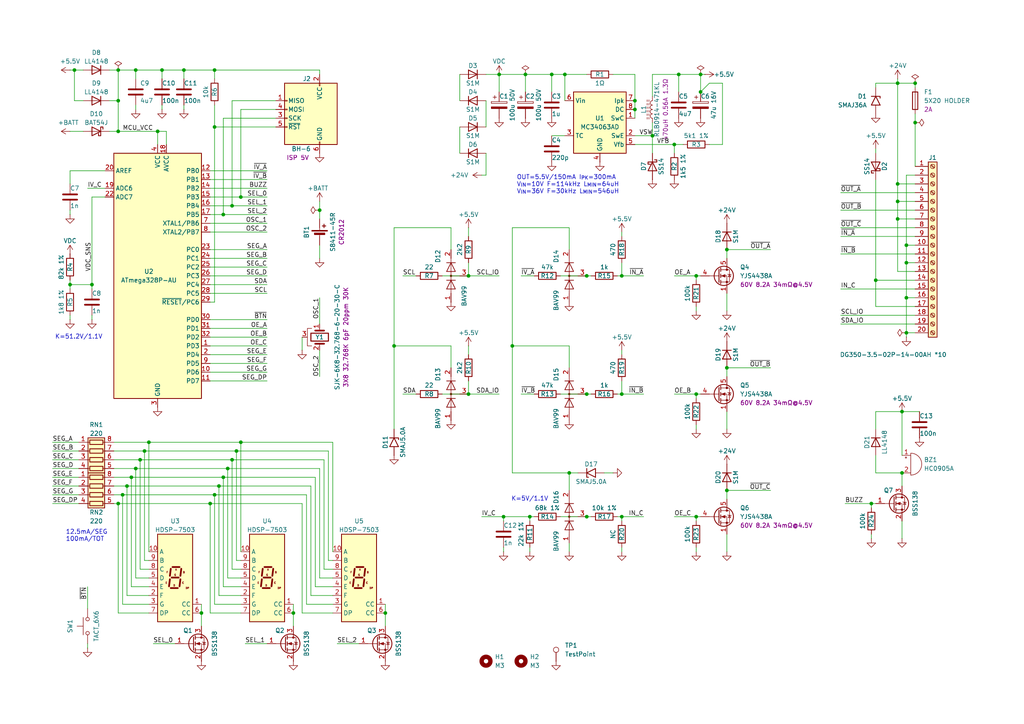
<source format=kicad_sch>
(kicad_sch (version 20231120) (generator "eeschema") (generator_version "8.0")
  (paper "A4")
  (title_block (title "RO controller") (rev "1.0") (company "redsh"))
  (junction (at 39.37 135.89))
  (junction (at 41.91 130.81))
  (junction (at 62.23 143.51))
  (junction (at 170.18 114.3))
  (junction (at 114.3 100.33))
  (junction (at 38.1 138.43))
  (junction (at 34.29 38.1))
  (junction (at 111.76 177.8))
  (junction (at 43.18 128.27))
  (junction (at 260.35 24.13))
  (junction (at 210.82 72.39))
  (junction (at 261.62 137.16))
  (junction (at 189.23 39.37))
  (junction (at 210.82 106.68))
  (junction (at 262.89 96.52))
  (junction (at 265.43 24.13))
  (junction (at 66.04 135.89))
  (junction (at 180.34 80.01))
  (junction (at 184.15 29.21))
  (junction (at 260.35 53.34))
  (junction (at 170.18 149.86))
  (junction (at 160.02 21.59))
  (junction (at 203.2 26.67))
  (junction (at 63.5 140.97))
  (junction (at 260.35 63.5))
  (junction (at 53.34 20.32))
  (junction (at 34.29 29.21))
  (junction (at 261.62 119.38))
  (junction (at 69.85 128.27))
  (junction (at 201.93 80.01))
  (junction (at 34.29 20.32))
  (junction (at 201.93 114.3))
  (junction (at 36.83 140.97))
  (junction (at 60.96 146.05))
  (junction (at 92.71 60.96))
  (junction (at 153.67 149.86))
  (junction (at 163.83 21.59))
  (junction (at 135.89 80.01))
  (junction (at 252.73 146.05))
  (junction (at 39.37 20.32))
  (junction (at 58.42 177.8))
  (junction (at 265.43 35.56))
  (junction (at 262.89 86.36))
  (junction (at 69.85 57.15))
  (junction (at 165.1 137.16))
  (junction (at 184.15 31.75))
  (junction (at 21.59 20.32))
  (junction (at 135.89 114.3))
  (junction (at 62.23 36.83))
  (junction (at 262.89 71.12))
  (junction (at 201.93 149.86))
  (junction (at 64.77 62.23))
  (junction (at 20.32 82.55))
  (junction (at 62.23 20.32))
  (junction (at 260.35 58.42))
  (junction (at 45.72 38.1))
  (junction (at 40.64 133.35))
  (junction (at 64.77 138.43))
  (junction (at 210.82 142.24))
  (junction (at 196.85 21.59))
  (junction (at 254 81.28))
  (junction (at 180.34 149.86))
  (junction (at 195.58 41.91))
  (junction (at 203.2 21.59))
  (junction (at 35.56 143.51))
  (junction (at 67.31 133.35))
  (junction (at 67.31 59.69))
  (junction (at 144.78 21.59))
  (junction (at 46.99 20.32))
  (junction (at 85.09 177.8))
  (junction (at 26.67 82.55))
  (junction (at 148.59 100.33))
  (junction (at 262.89 76.2))
  (junction (at 68.58 130.81))
  (junction (at 170.18 80.01))
  (junction (at 146.05 149.86))
  (junction (at 34.29 146.05))
  (junction (at 180.34 114.3))
  (junction (at 152.4 21.59))
  (wire (pts (xy 31.75 20.32) (xy 34.29 20.32)))
  (wire (pts (xy 66.04 167.64) (xy 66.04 135.89)))
  (wire (pts (xy 34.29 177.8) (xy 43.18 177.8)))
  (wire (pts (xy 60.96 52.07) (xy 77.47 52.07)))
  (wire (pts (xy 195.58 80.01) (xy 201.93 80.01)))
  (wire (pts (xy 165.1 106.68) (xy 165.1 100.33)))
  (wire (pts (xy 265.43 58.42) (xy 260.35 58.42)))
  (wire (pts (xy 180.34 101.6) (xy 180.34 102.87)))
  (wire (pts (xy 25.4 54.61) (xy 30.48 54.61)))
  (wire (pts (xy 60.96 57.15) (xy 69.85 57.15)))
  (wire (pts (xy 260.35 22.86) (xy 260.35 24.13)))
  (wire (pts (xy 262.89 97.79) (xy 262.89 96.52)))
  (wire (pts (xy 210.82 90.17) (xy 210.82 85.09)))
  (wire (pts (xy 140.97 50.8) (xy 139.7 50.8)))
  (wire (pts (xy 139.7 149.86) (xy 146.05 149.86)))
  (wire (pts (xy 62.23 20.32) (xy 62.23 22.86)))
  (wire (pts (xy 151.13 80.01) (xy 154.94 80.01)))
  (wire (pts (xy 34.29 20.32) (xy 34.29 29.21)))
  (wire (pts (xy 135.89 76.2) (xy 135.89 80.01)))
  (wire (pts (xy 85.09 175.26) (xy 85.09 177.8)))
  (wire (pts (xy 265.43 35.56) (xy 265.43 48.26)))
  (wire (pts (xy 71.12 186.69) (xy 77.47 186.69)))
  (wire (pts (xy 69.85 167.64) (xy 66.04 167.64)))
  (wire (pts (xy 262.89 76.2) (xy 265.43 76.2)))
  (wire (pts (xy 265.43 63.5) (xy 260.35 63.5)))
  (wire (pts (xy 262.89 71.12) (xy 262.89 76.2)))
  (wire (pts (xy 60.96 92.71) (xy 77.47 92.71)))
  (wire (pts (xy 39.37 20.32) (xy 46.99 20.32)))
  (wire (pts (xy 91.44 170.18) (xy 91.44 138.43)))
  (wire (pts (xy 130.81 72.39) (xy 130.81 66.04)))
  (wire (pts (xy 34.29 20.32) (xy 39.37 20.32)))
  (wire (pts (xy 180.34 114.3) (xy 186.69 114.3)))
  (wire (pts (xy 165.1 160.02) (xy 165.1 157.48)))
  (wire (pts (xy 120.65 80.01) (xy 116.84 80.01)))
  (wire (pts (xy 243.84 73.66) (xy 265.43 73.66)))
  (wire (pts (xy 163.83 21.59) (xy 163.83 29.21)))
  (wire (pts (xy 170.18 80.01) (xy 171.45 80.01)))
  (wire (pts (xy 33.02 133.35) (xy 40.64 133.35)))
  (wire (pts (xy 179.07 149.86) (xy 180.34 149.86)))
  (wire (pts (xy 35.56 143.51) (xy 62.23 143.51)))
  (wire (pts (xy 15.24 133.35) (xy 22.86 133.35)))
  (wire (pts (xy 195.58 41.91) (xy 198.12 41.91)))
  (wire (pts (xy 203.2 21.59) (xy 203.2 26.67)))
  (wire (pts (xy 146.05 149.86) (xy 153.67 149.86)))
  (wire (pts (xy 120.65 114.3) (xy 116.84 114.3)))
  (wire (pts (xy 92.71 71.12) (xy 92.71 74.93)))
  (wire (pts (xy 33.02 140.97) (xy 36.83 140.97)))
  (wire (pts (xy 252.73 146.05) (xy 254 146.05)))
  (wire (pts (xy 260.35 24.13) (xy 265.43 24.13)))
  (wire (pts (xy 201.93 114.3) (xy 201.93 115.57)))
  (wire (pts (xy 165.1 66.04) (xy 165.1 72.39)))
  (wire (pts (xy 63.5 172.72) (xy 63.5 140.97)))
  (wire (pts (xy 260.35 63.5) (xy 260.35 58.42)))
  (wire (pts (xy 243.84 93.98) (xy 265.43 93.98)))
  (wire (pts (xy 69.85 31.75) (xy 80.01 31.75)))
  (wire (pts (xy 62.23 36.83) (xy 80.01 36.83)))
  (wire (pts (xy 180.34 114.3) (xy 180.34 110.49)))
  (wire (pts (xy 31.75 29.21) (xy 34.29 29.21)))
  (wire (pts (xy 130.81 66.04) (xy 114.3 66.04)))
  (wire (pts (xy 92.71 58.42) (xy 92.71 60.96)))
  (wire (pts (xy 254 119.38) (xy 261.62 119.38)))
  (wire (pts (xy 262.89 71.12) (xy 265.43 71.12)))
  (wire (pts (xy 60.96 67.31) (xy 77.47 67.31)))
  (wire (pts (xy 43.18 128.27) (xy 69.85 128.27)))
  (wire (pts (xy 62.23 175.26) (xy 62.23 143.51)))
  (wire (pts (xy 111.76 175.26) (xy 111.76 177.8)))
  (wire (pts (xy 148.59 100.33) (xy 165.1 100.33)))
  (wire (pts (xy 96.52 167.64) (xy 92.71 167.64)))
  (wire (pts (xy 33.02 135.89) (xy 39.37 135.89)))
  (wire (pts (xy 36.83 140.97) (xy 63.5 140.97)))
  (wire (pts (xy 170.18 114.3) (xy 171.45 114.3)))
  (wire (pts (xy 265.43 33.02) (xy 265.43 35.56)))
  (wire (pts (xy 26.67 82.55) (xy 26.67 57.15)))
  (wire (pts (xy 88.9 175.26) (xy 88.9 143.51)))
  (wire (pts (xy 135.89 66.04) (xy 135.89 68.58)))
  (wire (pts (xy 60.96 77.47) (xy 77.47 77.47)))
  (wire (pts (xy 262.89 50.8) (xy 262.89 71.12)))
  (wire (pts (xy 152.4 21.59) (xy 152.4 26.67)))
  (wire (pts (xy 163.83 21.59) (xy 170.18 21.59)))
  (wire (pts (xy 210.82 144.78) (xy 210.82 142.24)))
  (wire (pts (xy 69.85 128.27) (xy 96.52 128.27)))
  (wire (pts (xy 210.82 160.02) (xy 210.82 154.94)))
  (wire (pts (xy 201.93 123.19) (xy 201.93 124.46)))
  (wire (pts (xy 180.34 80.01) (xy 186.69 80.01)))
  (wire (pts (xy 85.09 177.8) (xy 85.09 181.61)))
  (wire (pts (xy 53.34 30.48) (xy 53.34 31.75)))
  (wire (pts (xy 184.15 41.91) (xy 195.58 41.91)))
  (wire (pts (xy 43.18 175.26) (xy 35.56 175.26)))
  (wire (pts (xy 210.82 72.39) (xy 223.52 72.39)))
  (wire (pts (xy 60.96 107.95) (xy 77.47 107.95)))
  (wire (pts (xy 60.96 87.63) (xy 62.23 87.63)))
  (wire (pts (xy 62.23 20.32) (xy 92.71 20.32)))
  (wire (pts (xy 31.75 38.1) (xy 34.29 38.1)))
  (wire (pts (xy 60.96 177.8) (xy 69.85 177.8)))
  (wire (pts (xy 25.4 170.18) (xy 25.4 176.53)))
  (wire (pts (xy 165.1 137.16) (xy 167.64 137.16)))
  (wire (pts (xy 60.96 74.93) (xy 77.47 74.93)))
  (wire (pts (xy 252.73 154.94) (xy 252.73 156.21)))
  (wire (pts (xy 254 81.28) (xy 254 88.9)))
  (wire (pts (xy 45.72 38.1) (xy 48.26 38.1)))
  (wire (pts (xy 35.56 175.26) (xy 35.56 143.51)))
  (wire (pts (xy 21.59 20.32) (xy 24.13 20.32)))
  (wire (pts (xy 140.97 29.21) (xy 140.97 36.83)))
  (wire (pts (xy 58.42 175.26) (xy 58.42 177.8)))
  (wire (pts (xy 144.78 21.59) (xy 144.78 26.67)))
  (wire (pts (xy 26.67 82.55) (xy 26.67 83.82)))
  (wire (pts (xy 33.02 146.05) (xy 34.29 146.05)))
  (wire (pts (xy 43.18 160.02) (xy 43.18 128.27)))
  (wire (pts (xy 180.34 80.01) (xy 180.34 76.2)))
  (wire (pts (xy 261.62 119.38) (xy 266.7 119.38)))
  (wire (pts (xy 68.58 162.56) (xy 69.85 162.56)))
  (wire (pts (xy 33.02 143.51) (xy 35.56 143.51)))
  (wire (pts (xy 60.96 80.01) (xy 77.47 80.01)))
  (wire (pts (xy 111.76 177.8) (xy 111.76 181.61)))
  (wire (pts (xy 189.23 39.37) (xy 189.23 44.45)))
  (wire (pts (xy 175.26 137.16) (xy 177.8 137.16)))
  (wire (pts (xy 114.3 66.04) (xy 114.3 100.33)))
  (wire (pts (xy 262.89 96.52) (xy 265.43 96.52)))
  (wire (pts (xy 20.32 38.1) (xy 24.13 38.1)))
  (wire (pts (xy 265.43 53.34) (xy 260.35 53.34)))
  (wire (pts (xy 93.98 165.1) (xy 96.52 165.1)))
  (wire (pts (xy 60.96 59.69) (xy 67.31 59.69)))
  (wire (pts (xy 60.96 102.87) (xy 77.47 102.87)))
  (wire (pts (xy 60.96 95.25) (xy 77.47 95.25)))
  (wire (pts (xy 60.96 146.05) (xy 60.96 177.8)))
  (wire (pts (xy 67.31 29.21) (xy 80.01 29.21)))
  (wire (pts (xy 209.55 24.13) (xy 209.55 41.91)))
  (wire (pts (xy 64.77 170.18) (xy 64.77 138.43)))
  (wire (pts (xy 20.32 91.44) (xy 20.32 92.71)))
  (wire (pts (xy 43.18 172.72) (xy 36.83 172.72)))
  (wire (pts (xy 152.4 21.59) (xy 160.02 21.59)))
  (wire (pts (xy 64.77 62.23) (xy 64.77 34.29)))
  (wire (pts (xy 114.3 100.33) (xy 130.81 100.33)))
  (wire (pts (xy 96.52 172.72) (xy 90.17 172.72)))
  (wire (pts (xy 97.79 186.69) (xy 104.14 186.69)))
  (wire (pts (xy 179.07 80.01) (xy 180.34 80.01)))
  (wire (pts (xy 15.24 130.81) (xy 22.86 130.81)))
  (wire (pts (xy 265.43 25.4) (xy 265.43 24.13)))
  (wire (pts (xy 60.96 62.23) (xy 64.77 62.23)))
  (wire (pts (xy 96.52 175.26) (xy 88.9 175.26)))
  (wire (pts (xy 69.85 160.02) (xy 69.85 128.27)))
  (wire (pts (xy 252.73 146.05) (xy 252.73 147.32)))
  (wire (pts (xy 254 119.38) (xy 254 124.46)))
  (wire (pts (xy 189.23 35.56) (xy 189.23 39.37)))
  (wire (pts (xy 67.31 59.69) (xy 77.47 59.69)))
  (wire (pts (xy 201.93 80.01) (xy 203.2 80.01)))
  (wire (pts (xy 69.85 57.15) (xy 77.47 57.15)))
  (wire (pts (xy 135.89 80.01) (xy 144.78 80.01)))
  (wire (pts (xy 69.85 170.18) (xy 64.77 170.18)))
  (wire (pts (xy 260.35 24.13) (xy 254 24.13)))
  (wire (pts (xy 184.15 31.75) (xy 184.15 34.29)))
  (wire (pts (xy 196.85 21.59) (xy 196.85 26.67)))
  (wire (pts (xy 92.71 101.6) (xy 92.71 109.22)))
  (wire (pts (xy 204.47 21.59) (xy 203.2 21.59)))
  (wire (pts (xy 135.89 114.3) (xy 144.78 114.3)))
  (wire (pts (xy 95.25 162.56) (xy 96.52 162.56)))
  (wire (pts (xy 69.85 172.72) (xy 63.5 172.72)))
  (wire (pts (xy 53.34 20.32) (xy 53.34 22.86)))
  (wire (pts (xy 33.02 130.81) (xy 41.91 130.81)))
  (wire (pts (xy 205.74 24.13) (xy 209.55 24.13)))
  (wire (pts (xy 63.5 140.97) (xy 90.17 140.97)))
  (wire (pts (xy 45.72 38.1) (xy 45.72 41.91)))
  (wire (pts (xy 205.74 41.91) (xy 209.55 41.91)))
  (wire (pts (xy 46.99 30.48) (xy 46.99 31.75)))
  (wire (pts (xy 160.02 21.59) (xy 163.83 21.59)))
  (wire (pts (xy 170.18 149.86) (xy 171.45 149.86)))
  (wire (pts (xy 38.1 138.43) (xy 64.77 138.43)))
  (wire (pts (xy 195.58 149.86) (xy 201.93 149.86)))
  (wire (pts (xy 201.93 149.86) (xy 203.2 149.86)))
  (wire (pts (xy 184.15 39.37) (xy 189.23 39.37)))
  (wire (pts (xy 96.52 160.02) (xy 96.52 128.27)))
  (wire (pts (xy 146.05 149.86) (xy 146.05 151.13)))
  (wire (pts (xy 160.02 39.37) (xy 163.83 39.37)))
  (wire (pts (xy 87.63 101.6) (xy 87.63 97.79)))
  (wire (pts (xy 20.32 81.28) (xy 20.32 82.55)))
  (wire (pts (xy 39.37 167.64) (xy 39.37 135.89)))
  (wire (pts (xy 180.34 158.75) (xy 180.34 160.02)))
  (wire (pts (xy 184.15 21.59) (xy 184.15 29.21)))
  (wire (pts (xy 196.85 21.59) (xy 203.2 21.59)))
  (wire (pts (xy 243.84 55.88) (xy 265.43 55.88)))
  (wire (pts (xy 180.34 149.86) (xy 186.69 149.86)))
  (wire (pts (xy 21.59 29.21) (xy 21.59 20.32)))
  (wire (pts (xy 41.91 162.56) (xy 43.18 162.56)))
  (wire (pts (xy 201.93 80.01) (xy 201.93 81.28)))
  (wire (pts (xy 40.64 165.1) (xy 40.64 133.35)))
  (wire (pts (xy 95.25 162.56) (xy 95.25 130.81)))
  (wire (pts (xy 265.43 50.8) (xy 262.89 50.8)))
  (wire (pts (xy 60.96 85.09) (xy 77.47 85.09)))
  (wire (pts (xy 60.96 82.55) (xy 77.47 82.55)))
  (wire (pts (xy 15.24 138.43) (xy 22.86 138.43)))
  (wire (pts (xy 44.45 186.69) (xy 50.8 186.69)))
  (wire (pts (xy 146.05 158.75) (xy 146.05 160.02)))
  (wire (pts (xy 26.67 91.44) (xy 26.67 92.71)))
  (wire (pts (xy 254 81.28) (xy 254 52.07)))
  (wire (pts (xy 67.31 165.1) (xy 69.85 165.1)))
  (wire (pts (xy 40.64 165.1) (xy 43.18 165.1)))
  (wire (pts (xy 60.96 146.05) (xy 87.63 146.05)))
  (wire (pts (xy 114.3 100.33) (xy 114.3 124.46)))
  (wire (pts (xy 262.89 86.36) (xy 265.43 86.36)))
  (wire (pts (xy 43.18 167.64) (xy 39.37 167.64)))
  (wire (pts (xy 135.89 100.33) (xy 135.89 102.87)))
  (wire (pts (xy 92.71 167.64) (xy 92.71 135.89)))
  (wire (pts (xy 62.23 87.63) (xy 62.23 36.83)))
  (wire (pts (xy 262.89 86.36) (xy 262.89 96.52)))
  (wire (pts (xy 39.37 135.89) (xy 66.04 135.89)))
  (wire (pts (xy 60.96 64.77) (xy 77.47 64.77)))
  (wire (pts (xy 162.56 80.01) (xy 170.18 80.01)))
  (wire (pts (xy 40.64 133.35) (xy 67.31 133.35)))
  (wire (pts (xy 243.84 83.82) (xy 265.43 83.82)))
  (wire (pts (xy 201.93 114.3) (xy 203.2 114.3)))
  (wire (pts (xy 153.67 158.75) (xy 153.67 160.02)))
  (wire (pts (xy 160.02 21.59) (xy 160.02 26.67)))
  (wire (pts (xy 180.34 149.86) (xy 180.34 151.13)))
  (wire (pts (xy 15.24 146.05) (xy 22.86 146.05)))
  (wire (pts (xy 177.8 21.59) (xy 184.15 21.59)))
  (wire (pts (xy 243.84 91.44) (xy 265.43 91.44)))
  (wire (pts (xy 68.58 130.81) (xy 95.25 130.81)))
  (wire (pts (xy 254 88.9) (xy 265.43 88.9)))
  (wire (pts (xy 254 132.08) (xy 254 137.16)))
  (wire (pts (xy 153.67 149.86) (xy 154.94 149.86)))
  (wire (pts (xy 130.81 106.68) (xy 130.81 100.33)))
  (wire (pts (xy 64.77 34.29) (xy 80.01 34.29)))
  (wire (pts (xy 33.02 138.43) (xy 38.1 138.43)))
  (wire (pts (xy 265.43 78.74) (xy 260.35 78.74)))
  (wire (pts (xy 189.23 21.59) (xy 189.23 27.94)))
  (wire (pts (xy 254 44.45) (xy 254 43.18)))
  (wire (pts (xy 20.32 60.96) (xy 20.32 62.23)))
  (wire (pts (xy 201.93 88.9) (xy 201.93 90.17)))
  (wire (pts (xy 128.27 80.01) (xy 135.89 80.01)))
  (wire (pts (xy 144.78 21.59) (xy 152.4 21.59)))
  (wire (pts (xy 203.2 26.67) (xy 205.74 24.13)))
  (wire (pts (xy 20.32 82.55) (xy 20.32 83.82)))
  (wire (pts (xy 201.93 149.86) (xy 201.93 151.13)))
  (wire (pts (xy 20.32 82.55) (xy 26.67 82.55)))
  (wire (pts (xy 133.35 21.59) (xy 133.35 29.21)))
  (wire (pts (xy 15.24 135.89) (xy 22.86 135.89)))
  (wire (pts (xy 254 137.16) (xy 261.62 137.16)))
  (wire (pts (xy 46.99 20.32) (xy 53.34 20.32)))
  (wire (pts (xy 261.62 137.16) (xy 261.62 140.97)))
  (wire (pts (xy 180.34 67.31) (xy 180.34 68.58)))
  (wire (pts (xy 201.93 158.75) (xy 201.93 160.02)))
  (wire (pts (xy 34.29 146.05) (xy 60.96 146.05)))
  (wire (pts (xy 254 24.13) (xy 254 25.4)))
  (wire (pts (xy 60.96 105.41) (xy 77.47 105.41)))
  (wire (pts (xy 15.24 128.27) (xy 22.86 128.27)))
  (wire (pts (xy 243.84 66.04) (xy 265.43 66.04)))
  (wire (pts (xy 148.59 66.04) (xy 165.1 66.04)))
  (wire (pts (xy 64.77 62.23) (xy 77.47 62.23)))
  (wire (pts (xy 38.1 170.18) (xy 38.1 138.43)))
  (wire (pts (xy 60.96 110.49) (xy 77.47 110.49)))
  (wire (pts (xy 62.23 143.51) (xy 88.9 143.51)))
  (wire (pts (xy 58.42 177.8) (xy 58.42 181.61)))
  (wire (pts (xy 260.35 24.13) (xy 260.35 53.34)))
  (wire (pts (xy 67.31 59.69) (xy 67.31 29.21)))
  (wire (pts (xy 69.85 175.26) (xy 62.23 175.26)))
  (wire (pts (xy 210.82 124.46) (xy 210.82 119.38)))
  (wire (pts (xy 195.58 114.3) (xy 201.93 114.3)))
  (wire (pts (xy 33.02 128.27) (xy 43.18 128.27)))
  (wire (pts (xy 243.84 68.58) (xy 265.43 68.58)))
  (wire (pts (xy 179.07 114.3) (xy 180.34 114.3)))
  (wire (pts (xy 151.13 114.3) (xy 154.94 114.3)))
  (wire (pts (xy 210.82 109.22) (xy 210.82 106.68)))
  (wire (pts (xy 210.82 74.93) (xy 210.82 72.39)))
  (wire (pts (xy 66.04 135.89) (xy 92.71 135.89)))
  (wire (pts (xy 20.32 49.53) (xy 20.32 53.34)))
  (wire (pts (xy 93.98 165.1) (xy 93.98 133.35)))
  (wire (pts (xy 162.56 114.3) (xy 170.18 114.3)))
  (wire (pts (xy 133.35 36.83) (xy 133.35 44.45)))
  (wire (pts (xy 210.82 142.24) (xy 223.52 142.24)))
  (wire (pts (xy 90.17 172.72) (xy 90.17 140.97)))
  (wire (pts (xy 39.37 20.32) (xy 39.37 22.86)))
  (wire (pts (xy 245.11 146.05) (xy 252.73 146.05)))
  (wire (pts (xy 48.26 38.1) (xy 48.26 41.91)))
  (wire (pts (xy 15.24 140.97) (xy 22.86 140.97)))
  (wire (pts (xy 210.82 106.68) (xy 223.52 106.68)))
  (wire (pts (xy 43.18 170.18) (xy 38.1 170.18)))
  (wire (pts (xy 260.35 78.74) (xy 260.35 63.5)))
  (wire (pts (xy 24.13 29.21) (xy 21.59 29.21)))
  (wire (pts (xy 67.31 165.1) (xy 67.31 133.35)))
  (wire (pts (xy 20.32 49.53) (xy 30.48 49.53)))
  (wire (pts (xy 39.37 30.48) (xy 39.37 31.75)))
  (wire (pts (xy 15.24 143.51) (xy 22.86 143.51)))
  (wire (pts (xy 153.67 149.86) (xy 153.67 151.13)))
  (wire (pts (xy 36.83 172.72) (xy 36.83 140.97)))
  (wire (pts (xy 25.4 186.69) (xy 25.4 187.96)))
  (wire (pts (xy 62.23 30.48) (xy 62.23 36.83)))
  (wire (pts (xy 68.58 162.56) (xy 68.58 130.81)))
  (wire (pts (xy 96.52 170.18) (xy 91.44 170.18)))
  (wire (pts (xy 140.97 21.59) (xy 144.78 21.59)))
  (wire (pts (xy 41.91 130.81) (xy 68.58 130.81)))
  (wire (pts (xy 148.59 100.33) (xy 148.59 137.16)))
  (wire (pts (xy 92.71 86.36) (xy 92.71 93.98)))
  (wire (pts (xy 53.34 20.32) (xy 62.23 20.32)))
  (wire (pts (xy 148.59 137.16) (xy 165.1 137.16)))
  (wire (pts (xy 189.23 21.59) (xy 196.85 21.59)))
  (wire (pts (xy 60.96 72.39) (xy 77.47 72.39)))
  (wire (pts (xy 135.89 110.49) (xy 135.89 114.3)))
  (wire (pts (xy 60.96 97.79) (xy 77.47 97.79)))
  (wire (pts (xy 60.96 49.53) (xy 77.47 49.53)))
  (wire (pts (xy 34.29 146.05) (xy 34.29 177.8)))
  (wire (pts (xy 262.89 76.2) (xy 262.89 86.36)))
  (wire (pts (xy 260.35 58.42) (xy 260.35 53.34)))
  (wire (pts (xy 243.84 60.96) (xy 265.43 60.96)))
  (wire (pts (xy 87.63 146.05) (xy 87.63 177.8)))
  (wire (pts (xy 64.77 138.43) (xy 91.44 138.43)))
  (wire (pts (xy 162.56 149.86) (xy 170.18 149.86)))
  (wire (pts (xy 34.29 38.1) (xy 45.72 38.1)))
  (wire (pts (xy 92.71 60.96) (xy 92.71 63.5)))
  (wire (pts (xy 148.59 100.33) (xy 148.59 66.04)))
  (wire (pts (xy 34.29 29.21) (xy 34.29 38.1)))
  (wire (pts (xy 184.15 29.21) (xy 184.15 31.75)))
  (wire (pts (xy 26.67 57.15) (xy 30.48 57.15)))
  (wire (pts (xy 195.58 41.91) (xy 195.58 44.45)))
  (wire (pts (xy 46.99 20.32) (xy 46.99 22.86)))
  (wire (pts (xy 41.91 162.56) (xy 41.91 130.81)))
  (wire (pts (xy 165.1 142.24) (xy 165.1 137.16)))
  (wire (pts (xy 254 81.28) (xy 265.43 81.28)))
  (wire (pts (xy 60.96 54.61) (xy 77.47 54.61)))
  (wire (pts (xy 60.96 100.33) (xy 77.47 100.33)))
  (wire (pts (xy 128.27 114.3) (xy 135.89 114.3)))
  (wire (pts (xy 67.31 133.35) (xy 93.98 133.35)))
  (wire (pts (xy 69.85 57.15) (xy 69.85 31.75)))
  (wire (pts (xy 261.62 119.38) (xy 261.62 132.08)))
  (wire (pts (xy 140.97 44.45) (xy 140.97 50.8)))
  (wire (pts (xy 261.62 156.21) (xy 261.62 151.13)))
  (wire (pts (xy 87.63 177.8) (xy 96.52 177.8)))
  (wire (pts (xy 20.32 20.32) (xy 21.59 20.32)))
  (wire (pts (xy 92.71 20.32) (xy 92.71 21.59)))
  (text "K=5V/1.1V" (at 153.67 144.78 0) (effects (font (size 1.27 1.27))))
  (text "OUT=5.5V/150mA I_{PK}=300mA\nV_{IN}=10V F=114kHz L_{MIN}=64uH\nV_{IN}=36V F=30kHz L_{MIN}=546uH" (at 149.86 50.8 0) (effects (font (size 1.27 1.27)) (justify left top)))
  (text "12.5mA/SEG\n100mA/TOT" (at 19.05 153.67 0) (effects (font (size 1.27 1.27)) (justify left top)))
  (text "K=51.2V/1.1V" (at 22.86 97.79 0) (effects (font (size 1.27 1.27))))
  (label "~{BTN}" (at 77.47 92.71 180))
  (label "SEG_B" (at 77.47 74.93 180))
  (label "SEG_DP" (at 77.47 110.49 180))
  (label "OSC_1" (at 92.71 86.36 270))
  (label "~{IN_A}" (at 243.84 68.58 0))
  (label "SCL_IO" (at 243.84 91.44 0))
  (label "SDA" (at 116.84 114.3 0))
  (label "SEL_2" (at 97.79 186.69 0))
  (label "OSC_1" (at 77.47 64.77 180))
  (label "SEG_B" (at 15.24 130.81 0))
  (label "SEG_A" (at 15.24 128.27 0))
  (label "SEL_0" (at 77.47 57.15 180))
  (label "SEG_A" (at 77.47 72.39 180))
  (label "OE_B" (at 77.47 97.79 180))
  (label "SEL_0" (at 44.45 186.69 0))
  (label "SEG_F" (at 15.24 140.97 0))
  (label "~{BTN}" (at 25.4 170.18 270))
  (label "~{IV_A}" (at 77.47 49.53 180))
  (label "~{IN_B}" (at 243.84 73.66 0))
  (label "VSW" (at 185.42 39.37 0))
  (label "~{IN_B}" (at 186.69 114.3 180))
  (label "BUZZ" (at 245.11 146.05 0))
  (label "SEG_E" (at 77.47 102.87 180))
  (label "VDC_SNS" (at 26.67 78.74 90))
  (label "VFB" (at 190.5 41.91 0))
  (label "SEG_C" (at 15.24 133.35 0))
  (label "SEL_2" (at 77.47 62.23 180))
  (label "~{IV_B}" (at 77.47 52.07 180))
  (label "SCL" (at 116.84 80.01 0))
  (label "SCL_IO" (at 144.78 80.01 180))
  (label "~{OUT_A}" (at 243.84 55.88 0))
  (label "OE_A" (at 195.58 80.01 0))
  (label "SEG_C" (at 77.47 77.47 180))
  (label "~{OUT_C}" (at 243.84 66.04 0))
  (label "SDA_IO" (at 144.78 114.3 180))
  (label "OSC_2" (at 92.71 109.22 90))
  (label "SEL_1" (at 71.12 186.69 0))
  (label "SEG_E" (at 15.24 138.43 0))
  (label "SEG_G" (at 15.24 143.51 0))
  (label "~{OUT_C}" (at 223.52 142.24 180))
  (label "SEG_D" (at 77.47 80.01 180))
  (label "SEL_1" (at 77.47 59.69 180))
  (label "IV_C" (at 139.7 149.86 0))
  (label "OE_C" (at 195.58 149.86 0))
  (label "SEG_D" (at 15.24 135.89 0))
  (label "BUZZ" (at 77.47 54.61 180))
  (label "SDA" (at 77.47 82.55 180))
  (label "~{IV_B}" (at 151.13 114.3 0))
  (label "SEG_F" (at 77.47 105.41 180))
  (label "OE_B" (at 195.58 114.3 0))
  (label "SEG_DP" (at 15.24 146.05 0))
  (label "OE_C" (at 77.47 100.33 180))
  (label "IV_C" (at 25.4 54.61 0))
  (label "~{IN_A}" (at 186.69 80.01 180))
  (label "OE_A" (at 77.47 95.25 180))
  (label "SCL" (at 77.47 85.09 180))
  (label "~{IV_A}" (at 151.13 80.01 0))
  (label "SDA_IO" (at 243.84 93.98 0))
  (label "~{OUT_B}" (at 243.84 60.96 0))
  (label "IN_C" (at 186.69 149.86 180))
  (label "MCU_VCC" (at 35.56 38.1 0))
  (label "SEG_G" (at 77.47 107.95 180))
  (label "IN_C" (at 243.84 83.82 0))
  (label "~{OUT_A}" (at 223.52 72.39 180))
  (label "OSC_2" (at 77.47 67.31 180))
  (label "~{OUT_B}" (at 223.52 106.68 180))
  (symbol (lib_id "Device:R") (at 124.46 80.01 90) (mirror x) (unit 1)
    (property "Reference" "R7" (at 124.46 80.01 90))
    (property "Value" "22" (at 124.46 77.47 90))
    (property "Footprint" "Resistor_SMD:R_0603_1608Metric_Pad0.98x0.95mm_HandSolder" (effects (hide yes)))
    (property "Description" "Resistor" (effects (hide yes)))
  )
  (symbol (lib_id "Device:L_Ferrite") (at 189.23 31.75 0) (mirror y) (unit 1)
    (property "Reference" "L1" (at 186.69 31.75 90))
    (property "Value" "RLB0914-471KL" (at 190.5 31.75 90))
    (property "Footprint" "Inductor_THT:L_Radial_D8.7mm_P5.00mm_Fastron_07HCP" (effects (hide yes)))
    (property "Description" "Inductor with ferrite core" (effects (hide yes)))
    (property "Comment" "470uH 0.56A 1.3Ω" (at 193.04 31.75 90))
  )
  (symbol (lib_id "Device:R") (at 173.99 21.59 90) (unit 1)
    (property "Reference" "R1" (at 173.99 21.59 90))
    (property "Value" "1Ω" (at 173.99 24.13 90))
    (property "Footprint" "Resistor_SMD:R_1206_3216Metric_Pad1.30x1.75mm_HandSolder" (effects (hide yes)))
    (property "Description" "Resistor" (effects (hide yes)))
  )
  (symbol (lib_id "power:GND") (at 39.37 31.75 0) (unit 1)
    (property "Reference" "#PWR08" (effects (hide yes)))
    (property "Value" "GND" (effects (hide yes)))
    (property "Description" "Power symbol creates a global label with name \"GND\" , ground" (effects (hide yes)))
  )
  (symbol (lib_id "power:GND") (at 153.67 160.02 0) (unit 1)
    (property "Reference" "#PWR029" (effects (hide yes)))
    (property "Value" "GND" (effects (hide yes)))
    (property "Description" "Power symbol creates a global label with name \"GND\" , ground" (effects (hide yes)))
  )
  (symbol (lib_id "power:GND") (at 111.76 191.77 0) (unit 1)
    (property "Reference" "#PWR018" (effects (hide yes)))
    (property "Value" "GND" (effects (hide yes)))
    (property "Description" "Power symbol creates a global label with name \"GND\" , ground" (effects (hide yes)))
  )
  (symbol (lib_id "power:+24V") (at 210.82 134.62 0) (unit 1)
    (property "Reference" "#PWR052" (effects (hide yes)))
    (property "Value" "+24V" (at 210.82 130.81 0))
    (property "Description" "Power symbol creates a global label with name \"+24V\"" (effects (hide yes)))
  )
  (symbol (lib_id "power:+24V") (at 260.35 22.86 0) (unit 1)
    (property "Reference" "#PWR057" (effects (hide yes)))
    (property "Value" "+24V" (at 260.35 19.05 0))
    (property "Description" "Power symbol creates a global label with name \"+24V\"" (effects (hide yes)))
  )
  (symbol (lib_id "power:GND") (at 262.89 97.79 0) (unit 1)
    (property "Reference" "#PWR060" (effects (hide yes)))
    (property "Value" "GND" (effects (hide yes)))
    (property "Description" "Power symbol creates a global label with name \"GND\" , ground" (effects (hide yes)))
  )
  (symbol (lib_id "Transistor_FET:BSS138") (at 55.88 186.69 0) (unit 1)
    (property "Reference" "Q1" (at 55.88 182.88 0) (effects (justify right)))
    (property "Value" "BSS138" (at 62.23 186.69 90))
    (property "Footprint" "Package_TO_SOT_SMD:SOT-23" (effects (hide yes)))
    (property "Datasheet" "https://www.onsemi.com/pub/Collateral/BSS138-D.PDF" (effects (hide yes)))
    (property "Description" "50V Vds, 0.22A Id, N-Channel MOSFET, SOT-23" (effects (hide yes)))
  )
  (symbol (lib_id "Device:C") (at 20.32 57.15 0) (unit 1)
    (property "Reference" "C7" (at 20.32 54.61 0) (effects (justify left)))
    (property "Value" "1n" (at 20.32 59.69 0) (effects (justify left)))
    (property "Footprint" "Capacitor_SMD:C_0603_1608Metric_Pad1.08x0.95mm_HandSolder" (effects (hide yes)))
    (property "Description" "Unpolarized capacitor" (effects (hide yes)))
  )
  (symbol (lib_id "power:+5V") (at 135.89 66.04 0) (unit 1)
    (property "Reference" "#PWR022" (effects (hide yes)))
    (property "Value" "+5.5V" (at 135.89 62.23 0))
    (property "Description" "Power symbol creates a global label with name \"+5V\"" (effects (hide yes)))
  )
  (symbol (lib_id "power:GND") (at 144.78 34.29 0) (unit 1)
    (property "Reference" "#PWR026" (effects (hide yes)))
    (property "Value" "GND" (effects (hide yes)))
    (property "Description" "Power symbol creates a global label with name \"GND\" , ground" (effects (hide yes)))
  )
  (symbol (lib_id "Device:C") (at 46.99 26.67 0) (unit 1)
    (property "Reference" "C10" (at 46.99 24.13 0) (effects (justify left)))
    (property "Value" "100n" (at 46.99 29.21 0) (effects (justify left)))
    (property "Footprint" "Capacitor_SMD:C_0603_1608Metric_Pad1.08x0.95mm_HandSolder" (effects (hide yes)))
    (property "Description" "Unpolarized capacitor" (effects (hide yes)))
  )
  (symbol (lib_id "Transistor_FET:BSS138") (at 82.55 186.69 0) (unit 1)
    (property "Reference" "Q2" (at 82.55 182.88 0) (effects (justify right)))
    (property "Value" "BSS138" (at 88.9 186.69 90))
    (property "Footprint" "Package_TO_SOT_SMD:SOT-23" (effects (hide yes)))
    (property "Datasheet" "https://www.onsemi.com/pub/Collateral/BSS138-D.PDF" (effects (hide yes)))
    (property "Description" "50V Vds, 0.22A Id, N-Channel MOSFET, SOT-23" (effects (hide yes)))
  )
  (symbol (lib_id "Diode:US1M") (at 210.82 68.58 90) (mirror x) (unit 1)
    (property "Reference" "D18" (at 208.28 68.58 0))
    (property "Value" "S1M" (at 213.36 68.58 0))
    (property "Footprint" "Diode_SMD:D_SMA" (effects (hide yes)))
    (property "Datasheet" "https://www.diodes.com/assets/Datasheets/ds16008.pdf" (effects (hide yes)))
    (property "Description" "1000V, 1A, General Purpose Rectifier Diode, SMA(DO-214AC)" (effects (hide yes)))
    (property "Sim.Device" "D" (effects (hide yes)))
    (property "Sim.Pins" "1=K 2=A" (effects (hide yes)))
  )
  (symbol (lib_id "Device:R_Pack04") (at 27.94 133.35 270) (unit 1)
    (property "Reference" "RN1" (at 27.94 123.19 90))
    (property "Value" "220" (at 27.94 125.73 90))
    (property "Footprint" "Resistor_SMD:R_Array_Convex_4x0603" (effects (hide yes)))
    (property "Description" "4 resistor network, parallel topology" (effects (hide yes)))
  )
  (symbol (lib_id "MCU_Microchip_ATmega:ATmega328P-A") (at 45.72 80.01 0) (unit 1)
    (property "Reference" "U2" (at 43.18 78.74 0))
    (property "Value" "ATmega328P-AU" (at 43.18 81.28 0))
    (property "Footprint" "Package_QFP:TQFP-32_7x7mm_P0.8mm" (effects (hide yes)))
    (property "Datasheet" "http://ww1.microchip.com/downloads/en/DeviceDoc/ATmega328_P%20AVR%20MCU%20with%20picoPower%20Technology%20Data%20Sheet%2040001984A.pdf" (effects (hide yes)))
    (property "Description" "20MHz, 32kB Flash, 2kB SRAM, 1kB EEPROM, TQFP-32" (effects (hide yes)))
  )
  (symbol (lib_id "power:GND") (at 92.71 74.93 0) (unit 1)
    (property "Reference" "#PWR017" (effects (hide yes)))
    (property "Value" "GND" (effects (hide yes)))
    (property "Description" "Power symbol creates a global label with name \"GND\" , ground" (effects (hide yes)))
  )
  (symbol (lib_id "power:GND") (at 266.7 127 0) (unit 1)
    (property "Reference" "#PWR061" (effects (hide yes)))
    (property "Value" "GND" (effects (hide yes)))
    (property "Description" "Power symbol creates a global label with name \"GND\" , ground" (effects (hide yes)))
  )
  (symbol (lib_id "power:VDC") (at 20.32 73.66 0) (unit 1)
    (property "Reference" "#PWR04" (effects (hide yes)))
    (property "Value" "VDC" (at 20.32 69.85 0))
    (property "Description" "Power symbol creates a global label with name \"VDC\"" (effects (hide yes)))
  )
  (symbol (lib_id "Device:R") (at 135.89 72.39 0) (mirror x) (unit 1)
    (property "Reference" "R9" (at 135.89 72.39 90))
    (property "Value" "2k2" (at 133.35 72.39 90))
    (property "Footprint" "Resistor_SMD:R_0603_1608Metric_Pad0.98x0.95mm_HandSolder" (effects (hide yes)))
    (property "Description" "Resistor" (effects (hide yes)))
  )
  (symbol (lib_id "Switch:SW_Push") (at 25.4 181.61 90) (unit 1)
    (property "Reference" "SW1" (at 20.32 181.61 0))
    (property "Value" "TACT_6X6" (at 27.94 181.61 0))
    (property "Footprint" "Button_Switch_THT:SW_PUSH_6mm_H8mm" (effects (hide yes)))
    (property "Description" "Push button switch, generic, two pins" (effects (hide yes)))
  )
  (symbol (lib_id "power:+5V") (at 261.62 119.38 0) (unit 1)
    (property "Reference" "#PWR058" (effects (hide yes)))
    (property "Value" "+5.5V" (at 261.62 115.57 0))
    (property "Description" "Power symbol creates a global label with name \"+5V\"" (effects (hide yes)))
  )
  (symbol (lib_id "power:PWR_FLAG") (at 203.2 21.59 0) (unit 1)
    (property "Reference" "#FLG04" (effects (hide yes)))
    (property "Value" "PWR_FLAG" (effects (hide yes)))
    (property "Description" "Special symbol for telling ERC where power comes from" (effects (hide yes)))
  )
  (symbol (lib_id "power:GND") (at 165.1 160.02 0) (unit 1)
    (property "Reference" "#PWR034" (effects (hide yes)))
    (property "Value" "GND" (effects (hide yes)))
    (property "Description" "Power symbol creates a global label with name \"GND\" , ground" (effects (hide yes)))
  )
  (symbol (lib_id "power:+24V") (at 210.82 64.77 0) (unit 1)
    (property "Reference" "#PWR048" (effects (hide yes)))
    (property "Value" "+24V" (at 210.82 60.96 0))
    (property "Description" "Power symbol creates a global label with name \"+24V\"" (effects (hide yes)))
  )
  (symbol (lib_id "power:GND") (at 130.81 87.63 0) (unit 1)
    (property "Reference" "#PWR020" (effects (hide yes)))
    (property "Value" "GND" (effects (hide yes)))
    (property "Description" "Power symbol creates a global label with name \"GND\" , ground" (effects (hide yes)))
  )
  (symbol (lib_id "Device:C") (at 160.02 30.48 0) (unit 1)
    (property "Reference" "C3" (at 160.02 27.94 0) (effects (justify left)))
    (property "Value" "1u" (at 160.02 33.02 0) (effects (justify left)))
    (property "Footprint" "Capacitor_SMD:C_1206_3216Metric_Pad1.33x1.80mm_HandSolder" (effects (hide yes)))
    (property "Description" "Unpolarized capacitor" (effects (hide yes)))
  )
  (symbol (lib_id "Device:C") (at 53.34 26.67 0) (unit 1)
    (property "Reference" "C11" (at 53.34 24.13 0) (effects (justify left)))
    (property "Value" "100n" (at 53.34 29.21 0) (effects (justify left)))
    (property "Footprint" "Capacitor_SMD:C_0603_1608Metric_Pad1.08x0.95mm_HandSolder" (effects (hide yes)))
    (property "Description" "Unpolarized capacitor" (effects (hide yes)))
  )
  (symbol (lib_id "power:GND") (at 195.58 52.07 0) (unit 1)
    (property "Reference" "#PWR041" (effects (hide yes)))
    (property "Value" "GND" (effects (hide yes)))
    (property "Description" "Power symbol creates a global label with name \"GND\" , ground" (effects (hide yes)))
  )
  (symbol (lib_id "Transistor_FET:IRF7403") (at 208.28 114.3 0) (unit 1)
    (property "Reference" "Q5" (at 214.63 111.76 0) (effects (justify left)))
    (property "Value" "YJS4438A" (at 214.63 114.3 0) (effects (justify left)))
    (property "Footprint" "Package_SO:SOIC-8_3.9x4.9mm_P1.27mm" (effects (hide yes)))
    (property "Datasheet" "https://www.infineon.com/dgdl/irf7403pbf.pdf?fileId=5546d462533600a4015355fa23541b9c" (effects (hide yes)))
    (property "Description" "9.7A Id, 30V Vds, N-Channel HEXFET Power MOSFET, SO-8" (effects (hide yes)))
    (property "Comment" "60V 8.2A 34mΩ@4.5V" (at 214.63 116.84 0) (effects (justify left)))
  )
  (symbol (lib_id "Device:R") (at 201.93 154.94 0) (mirror x) (unit 1)
    (property "Reference" "R23" (at 201.93 154.94 90))
    (property "Value" "100k" (at 199.39 154.94 90))
    (property "Footprint" "Resistor_SMD:R_0603_1608Metric_Pad0.98x0.95mm_HandSolder" (effects (hide yes)))
    (property "Description" "Resistor" (effects (hide yes)))
  )
  (symbol (lib_id "power:GND") (at 210.82 160.02 0) (unit 1)
    (property "Reference" "#PWR053" (effects (hide yes)))
    (property "Value" "GND" (effects (hide yes)))
    (property "Description" "Power symbol creates a global label with name \"GND\" , ground" (effects (hide yes)))
  )
  (symbol (lib_id "power:GND") (at 58.42 191.77 0) (unit 1)
    (property "Reference" "#PWR012" (effects (hide yes)))
    (property "Value" "GND" (effects (hide yes)))
    (property "Description" "Power symbol creates a global label with name \"GND\" , ground" (effects (hide yes)))
  )
  (symbol (lib_id "Device:Fuse") (at 265.43 29.21 0) (unit 1)
    (property "Reference" "F1" (at 267.97 26.67 0) (effects (justify left)))
    (property "Value" "5X20 HOLDER" (at 267.97 29.21 0) (effects (justify left)))
    (property "Footprint" "redsh:Fuse_Clip_TE_520" (effects (hide yes)))
    (property "Description" "Fuse" (effects (hide yes)))
    (property "Comment" "2A" (at 267.97 31.7501 0) (effects (justify left)))
  )
  (symbol (lib_id "Device:C_Polarized") (at 144.78 30.48 0) (unit 1)
    (property "Reference" "C1" (at 144.78 27.94 0) (effects (justify left)))
    (property "Value" "100u 50V" (at 148.59 30.48 90))
    (property "Footprint" "Capacitor_SMD:CP_Elec_8x10.5" (effects (hide yes)))
    (property "Description" "Polarized capacitor" (effects (hide yes)))
  )
  (symbol (lib_id "Diode:BAT54J") (at 27.94 38.1 0) (mirror y) (unit 1)
    (property "Reference" "D10" (at 27.94 33.02 0))
    (property "Value" "BAT54J" (at 27.94 35.56 0))
    (property "Footprint" "Diode_SMD:D_SOD-323_HandSoldering" (effects (hide yes)))
    (property "Datasheet" "https://assets.nexperia.com/documents/data-sheet/BAT54J.pdf" (effects (hide yes)))
    (property "Description" "30V 200mA Schottky diode, SOD-323F" (effects (hide yes)))
  )
  (symbol (lib_id "power:GND") (at 26.67 92.71 0) (unit 1)
    (property "Reference" "#PWR07" (effects (hide yes)))
    (property "Value" "GND" (effects (hide yes)))
    (property "Description" "Power symbol creates a global label with name \"GND\" , ground" (effects (hide yes)))
  )
  (symbol (lib_id "Diode:LL4148") (at 254 128.27 270) (unit 1)
    (property "Reference" "D21" (at 251.46 128.27 0))
    (property "Value" "LL4148" (at 256.54 128.27 0))
    (property "Footprint" "Diode_SMD:D_MiniMELF" (effects (hide yes)))
    (property "Datasheet" "http://www.vishay.com/docs/85557/ll4148.pdf" (effects (hide yes)))
    (property "Description" "100V 0.15A standard switching diode, MiniMELF" (effects (hide yes)))
    (property "Sim.Device" "D" (effects (hide yes)))
    (property "Sim.Pins" "1=K 2=A" (effects (hide yes)))
  )
  (symbol (lib_id "Device:C") (at 266.7 123.19 0) (unit 1)
    (property "Reference" "C13" (at 266.7 120.65 0) (effects (justify left)))
    (property "Value" "100n" (at 266.7 125.73 0) (effects (justify left)))
    (property "Footprint" "Capacitor_SMD:C_0603_1608Metric_Pad1.08x0.95mm_HandSolder" (effects (hide yes)))
    (property "Description" "Unpolarized capacitor" (effects (hide yes)))
  )
  (symbol (lib_id "Regulator_Switching:MC34063AD") (at 173.99 34.29 0) (unit 1)
    (property "Reference" "U1" (at 173.99 34.29 0))
    (property "Value" "MC34063AD" (at 173.99 36.83 0))
    (property "Footprint" "Package_SO:SOIC-8_3.9x4.9mm_P1.27mm" (effects (hide yes)))
    (property "Datasheet" "http://www.onsemi.com/pub_link/Collateral/MC34063A-D.PDF" (effects (hide yes)))
    (property "Description" "1.5A, step-up/down/inverting switching regulator, 3-40V Vin, 100kHz, SO-8" (effects (hide yes)))
  )
  (symbol (lib_id "Device:R") (at 62.23 26.67 0) (mirror x) (unit 1)
    (property "Reference" "R6" (at 62.23 26.67 90))
    (property "Value" "10k" (at 59.69 26.67 90))
    (property "Footprint" "Resistor_SMD:R_0603_1608Metric_Pad0.98x0.95mm_HandSolder" (effects (hide yes)))
    (property "Description" "Resistor" (effects (hide yes)))
  )
  (symbol (lib_id "Device:Buzzer") (at 264.16 134.62 0) (unit 1)
    (property "Reference" "BZ1" (at 267.97 133.3499 0) (effects (justify left)))
    (property "Value" "HC0905A" (at 267.97 135.8899 0) (effects (justify left)))
    (property "Footprint" "Buzzer_Beeper:MagneticBuzzer_CUI_CST-931RP-A" (effects (hide yes)))
    (property "Description" "Buzzer, polarized" (effects (hide yes)))
  )
  (symbol (lib_id "Mechanical:MountingHole") (at 151.13 191.77 0) (unit 1)
    (property "Reference" "H2" (at 153.67 190.4999 0) (effects (justify left)))
    (property "Value" "M3" (at 153.67 193.0399 0) (effects (justify left)))
    (property "Footprint" "MountingHole:MountingHole_3.2mm_M3" (effects (hide yes)))
    (property "Description" "Mounting Hole without connection" (effects (hide yes)))
  )
  (symbol (lib_id "power:PWR_FLAG") (at 265.43 24.13 0) (unit 1)
    (property "Reference" "#FLG06" (effects (hide yes)))
    (property "Value" "PWR_FLAG" (effects (hide yes)))
    (property "Description" "Special symbol for telling ERC where power comes from" (effects (hide yes)))
  )
  (symbol (lib_id "power:GND") (at 201.93 124.46 0) (unit 1)
    (property "Reference" "#PWR044" (effects (hide yes)))
    (property "Value" "GND" (effects (hide yes)))
    (property "Description" "Power symbol creates a global label with name \"GND\" , ground" (effects (hide yes)))
  )
  (symbol (lib_id "power:GND") (at 160.02 46.99 0) (unit 1)
    (property "Reference" "#PWR031" (effects (hide yes)))
    (property "Value" "GND" (effects (hide yes)))
    (property "Description" "Power symbol creates a global label with name \"GND\" , ground" (effects (hide yes)))
  )
  (symbol (lib_id "Diode:SMAJ5.0A") (at 114.3 128.27 270) (unit 1)
    (property "Reference" "D11" (at 111.76 128.27 0))
    (property "Value" "SMAJ5.0A" (at 116.84 128.27 0))
    (property "Footprint" "Diode_SMD:D_SMA" (effects (hide yes)))
    (property "Datasheet" "https://www.littelfuse.com/media?resourcetype=datasheets&itemid=75e32973-b177-4ee3-a0ff-cedaf1abdb93&filename=smaj-datasheet" (effects (hide yes)))
    (property "Description" "400W unidirectional Transient Voltage Suppressor, 5.0Vr, SMA(DO-214AC)" (effects (hide yes)))
  )
  (symbol (lib_id "Transistor_FET:IRF7403") (at 208.28 80.01 0) (unit 1)
    (property "Reference" "Q4" (at 214.63 77.47 0) (effects (justify left)))
    (property "Value" "YJS4438A" (at 214.63 80.01 0) (effects (justify left)))
    (property "Footprint" "Package_SO:SOIC-8_3.9x4.9mm_P1.27mm" (effects (hide yes)))
    (property "Datasheet" "https://www.infineon.com/dgdl/irf7403pbf.pdf?fileId=5546d462533600a4015355fa23541b9c" (effects (hide yes)))
    (property "Description" "9.7A Id, 30V Vds, N-Channel HEXFET Power MOSFET, SO-8" (effects (hide yes)))
    (property "Comment" "60V 8.2A 34mΩ@4.5V" (at 214.63 82.55 0) (effects (justify left)))
  )
  (symbol (lib_id "power:GND") (at 201.93 160.02 0) (unit 1)
    (property "Reference" "#PWR045" (effects (hide yes)))
    (property "Value" "GND" (effects (hide yes)))
    (property "Description" "Power symbol creates a global label with name \"GND\" , ground" (effects (hide yes)))
  )
  (symbol (lib_id "Device:R") (at 180.34 106.68 0) (mirror x) (unit 1)
    (property "Reference" "R19" (at 180.34 106.68 90))
    (property "Value" "470" (at 177.8 106.68 90))
    (property "Footprint" "Resistor_SMD:R_0603_1608Metric_Pad0.98x0.95mm_HandSolder" (effects (hide yes)))
    (property "Description" "Resistor" (effects (hide yes)))
  )
  (symbol (lib_id "power:GND") (at 20.32 92.71 0) (unit 1)
    (property "Reference" "#PWR05" (effects (hide yes)))
    (property "Value" "GND" (effects (hide yes)))
    (property "Description" "Power symbol creates a global label with name \"GND\" , ground" (effects (hide yes)))
  )
  (symbol (lib_id "Device:R_Pack04") (at 27.94 143.51 270) (unit 1)
    (property "Reference" "RN2" (at 27.94 148.59 90))
    (property "Value" "220" (at 27.94 151.13 90))
    (property "Footprint" "Resistor_SMD:R_Array_Convex_4x0603" (effects (hide yes)))
    (property "Description" "4 resistor network, parallel topology" (effects (hide yes)))
  )
  (symbol (lib_id "power:PWR_FLAG") (at 34.29 20.32 0) (unit 1)
    (property "Reference" "#FLG01" (effects (hide yes)))
    (property "Value" "PWR_FLAG" (effects (hide yes)))
    (property "Description" "Special symbol for telling ERC where power comes from" (effects (hide yes)))
  )
  (symbol (lib_id "Device:R") (at 180.34 154.94 0) (mirror x) (unit 1)
    (property "Reference" "R20" (at 180.34 154.94 90))
    (property "Value" "NC" (at 177.8 154.94 90))
    (property "Footprint" "Resistor_SMD:R_0603_1608Metric_Pad0.98x0.95mm_HandSolder" (effects (hide yes)))
    (property "Description" "Resistor" (effects (hide yes)))
  )
  (symbol (lib_id "Diode:BAV99") (at 130.81 80.01 90) (unit 1)
    (property "Reference" "D12" (at 127 72.39 0) (effects (justify right)))
    (property "Value" "BAV99" (at 134.62 88.9 0) (effects (justify left)))
    (property "Footprint" "Package_TO_SOT_SMD:SOT-23" (effects (hide yes)))
    (property "Datasheet" "https://assets.nexperia.com/documents/data-sheet/BAV99_SER.pdf" (effects (hide yes)))
    (property "Description" "BAV99 High-speed switching diodes, SOT-23" (effects (hide yes)))
  )
  (symbol (lib_id "Device:Crystal_GND3") (at 92.71 97.79 270) (unit 1)
    (property "Reference" "Y1" (at 92.71 97.79 90))
    (property "Value" "SJK-6K8-32.768-6-20-30-C" (at 97.79 97.79 0))
    (property "Footprint" "Crystal:Crystal_C38-LF_D3.0mm_L8.0mm_Horizontal_1EP_style2" (effects (hide yes)))
    (property "Description" "Three pin crystal, GND on pin 3" (effects (hide yes)))
    (property "Comment" "3X8 32.768K 6pF 20ppm 30K" (at 100.33 97.79 0))
  )
  (symbol (lib_id "Connector:Screw_Terminal_01x20") (at 270.51 71.12 0) (unit 1)
    (property "Reference" "J1" (at 270.51 45.72 0))
    (property "Value" "DG350-3.5-02P-14-00AH *10" (at 259.08 102.87 0))
    (property "Footprint" "redsh:TerminalBlock_4Ucon_1x20_P3.50mm_Horizontal" (effects (hide yes)))
    (property "Description" "Generic screw terminal, single row, 01x20, script generated (kicad-library-utils/schlib/autogen/connector/)" (effects (hide yes)))
  )
  (symbol (lib_id "power:GND") (at 46.99 31.75 0) (unit 1)
    (property "Reference" "#PWR010" (effects (hide yes)))
    (property "Value" "GND" (effects (hide yes)))
    (property "Description" "Power symbol creates a global label with name \"GND\" , ground" (effects (hide yes)))
  )
  (symbol (lib_id "power:GND") (at 85.09 191.77 0) (unit 1)
    (property "Reference" "#PWR013" (effects (hide yes)))
    (property "Value" "GND" (effects (hide yes)))
    (property "Description" "Power symbol creates a global label with name \"GND\" , ground" (effects (hide yes)))
  )
  (symbol (lib_id "Display_Character:HDSP-7503") (at 50.8 167.64 0) (unit 1)
    (property "Reference" "U3" (at 50.8 151.13 0))
    (property "Value" "HDSP-7503" (at 50.8 153.67 0))
    (property "Footprint" "Display_7Segment:HDSP-A151" (effects (hide yes)))
    (property "Datasheet" "https://docs.broadcom.com/docs/AV02-2553EN" (effects (hide yes)))
    (property "Description" "One digit 7 segment high efficiency red, common cathode" (effects (hide yes)))
  )
  (symbol (lib_id "Device:R") (at 252.73 151.13 0) (mirror x) (unit 1)
    (property "Reference" "R24" (at 252.73 151.13 90))
    (property "Value" "100k" (at 250.19 151.13 90))
    (property "Footprint" "Resistor_SMD:R_0603_1608Metric_Pad0.98x0.95mm_HandSolder" (effects (hide yes)))
    (property "Description" "Resistor" (effects (hide yes)))
  )
  (symbol (lib_id "power:+24V") (at 139.7 50.8 90) (unit 1)
    (property "Reference" "#PWR024" (effects (hide yes)))
    (property "Value" "+24V" (at 135.89 50.7999 90) (effects (justify left)))
    (property "Description" "Power symbol creates a global label with name \"+24V\"" (effects (hide yes)))
  )
  (symbol (lib_id "Device:R") (at 158.75 80.01 90) (mirror x) (unit 1)
    (property "Reference" "R12" (at 158.75 80.01 90))
    (property "Value" "47k" (at 158.75 77.47 90))
    (property "Footprint" "Resistor_SMD:R_0603_1608Metric_Pad0.98x0.95mm_HandSolder" (effects (hide yes)))
    (property "Description" "Resistor" (effects (hide yes)))
  )
  (symbol (lib_id "Connector:TestPoint") (at 161.29 191.77 0) (unit 1)
    (property "Reference" "TP1" (at 163.83 187.1979 0) (effects (justify left)))
    (property "Value" "TestPoint" (at 163.83 189.7379 0) (effects (justify left)))
    (property "Footprint" "TestPoint:TestPoint_Bridge_Pitch2.54mm_Drill1.0mm" (effects (hide yes)))
    (property "Description" "test point" (effects (hide yes)))
  )
  (symbol (lib_id "power:GND") (at 165.1 87.63 0) (unit 1)
    (property "Reference" "#PWR032" (effects (hide yes)))
    (property "Value" "GND" (effects (hide yes)))
    (property "Description" "Power symbol creates a global label with name \"GND\" , ground" (effects (hide yes)))
  )
  (symbol (lib_id "Device:C") (at 26.67 87.63 0) (unit 1)
    (property "Reference" "C8" (at 26.67 85.09 0) (effects (justify left)))
    (property "Value" "1n" (at 26.67 90.17 0) (effects (justify left)))
    (property "Footprint" "Capacitor_SMD:C_0603_1608Metric_Pad1.08x0.95mm_HandSolder" (effects (hide yes)))
    (property "Description" "Unpolarized capacitor" (effects (hide yes)))
  )
  (symbol (lib_id "power:GND") (at 254 33.02 0) (unit 1)
    (property "Reference" "#PWR055" (effects (hide yes)))
    (property "Value" "GND" (effects (hide yes)))
    (property "Description" "Power symbol creates a global label with name \"GND\" , ground" (effects (hide yes)))
  )
  (symbol (lib_id "power:GND") (at 130.81 121.92 0) (unit 1)
    (property "Reference" "#PWR021" (effects (hide yes)))
    (property "Value" "GND" (effects (hide yes)))
    (property "Description" "Power symbol creates a global label with name \"GND\" , ground" (effects (hide yes)))
  )
  (symbol (lib_id "Display_Character:HDSP-7503") (at 104.14 167.64 0) (unit 1)
    (property "Reference" "U5" (at 104.14 151.13 0))
    (property "Value" "HDSP-7503" (at 104.14 153.67 0))
    (property "Footprint" "Display_7Segment:HDSP-A151" (effects (hide yes)))
    (property "Datasheet" "https://docs.broadcom.com/docs/AV02-2553EN" (effects (hide yes)))
    (property "Description" "One digit 7 segment high efficiency red, common cathode" (effects (hide yes)))
  )
  (symbol (lib_id "Diode:US1M") (at 210.82 102.87 90) (mirror x) (unit 1)
    (property "Reference" "D19" (at 208.28 102.87 0))
    (property "Value" "S1M" (at 213.36 102.87 0))
    (property "Footprint" "Diode_SMD:D_SMA" (effects (hide yes)))
    (property "Datasheet" "https://www.diodes.com/assets/Datasheets/ds16008.pdf" (effects (hide yes)))
    (property "Description" "1000V, 1A, General Purpose Rectifier Diode, SMA(DO-214AC)" (effects (hide yes)))
    (property "Sim.Device" "D" (effects (hide yes)))
    (property "Sim.Pins" "1=K 2=A" (effects (hide yes)))
  )
  (symbol (lib_id "Diode:SMAJ5.0A") (at 171.45 137.16 0) (mirror x) (unit 1)
    (property "Reference" "D17" (at 171.45 134.62 0))
    (property "Value" "SMAJ5.0A" (at 171.45 139.7 0))
    (property "Footprint" "Diode_SMD:D_SMA" (effects (hide yes)))
    (property "Datasheet" "https://www.littelfuse.com/media?resourcetype=datasheets&itemid=75e32973-b177-4ee3-a0ff-cedaf1abdb93&filename=smaj-datasheet" (effects (hide yes)))
    (property "Description" "400W unidirectional Transient Voltage Suppressor, 5.0Vr, SMA(DO-214AC)" (effects (hide yes)))
  )
  (symbol (lib_id "Mechanical:MountingHole") (at 140.97 191.77 0) (unit 1)
    (property "Reference" "H1" (at 143.51 190.4999 0) (effects (justify left)))
    (property "Value" "M3" (at 143.51 193.0399 0) (effects (justify left)))
    (property "Footprint" "MountingHole:MountingHole_3.2mm_M3" (effects (hide yes)))
    (property "Description" "Mounting Hole without connection" (effects (hide yes)))
  )
  (symbol (lib_id "power:+5V") (at 135.89 100.33 0) (unit 1)
    (property "Reference" "#PWR023" (effects (hide yes)))
    (property "Value" "+5.5V" (at 135.89 96.52 0))
    (property "Description" "Power symbol creates a global label with name \"+5V\"" (effects (hide yes)))
  )
  (symbol (lib_id "Device:C") (at 196.85 30.48 0) (unit 1)
    (property "Reference" "C5" (at 196.85 27.94 0) (effects (justify left)))
    (property "Value" "4u7" (at 196.85 33.02 0) (effects (justify left)))
    (property "Footprint" "Capacitor_SMD:C_1206_3216Metric_Pad1.33x1.80mm_HandSolder" (effects (hide yes)))
    (property "Description" "Unpolarized capacitor" (effects (hide yes)))
  )
  (symbol (lib_id "power:GND") (at 201.93 90.17 0) (unit 1)
    (property "Reference" "#PWR043" (effects (hide yes)))
    (property "Value" "GND" (effects (hide yes)))
    (property "Description" "Power symbol creates a global label with name \"GND\" , ground" (effects (hide yes)))
  )
  (symbol (lib_id "power:PWR_FLAG") (at 152.4 21.59 0) (unit 1)
    (property "Reference" "#FLG03" (effects (hide yes)))
    (property "Value" "PWR_FLAG" (effects (hide yes)))
    (property "Description" "Special symbol for telling ERC where power comes from" (effects (hide yes)))
  )
  (symbol (lib_id "Device:R") (at 20.32 87.63 0) (mirror x) (unit 1)
    (property "Reference" "R5" (at 20.32 87.63 90))
    (property "Value" "1k8 1%" (at 17.78 87.63 90))
    (property "Footprint" "Resistor_SMD:R_0603_1608Metric_Pad0.98x0.95mm_HandSolder" (effects (hide yes)))
    (property "Description" "Resistor" (effects (hide yes)))
  )
  (symbol (lib_id "power:GND") (at 165.1 121.92 0) (unit 1)
    (property "Reference" "#PWR033" (effects (hide yes)))
    (property "Value" "GND" (effects (hide yes)))
    (property "Description" "Power symbol creates a global label with name \"GND\" , ground" (effects (hide yes)))
  )
  (symbol (lib_id "Diode:LL4148") (at 27.94 29.21 0) (mirror y) (unit 1)
    (property "Reference" "D9" (at 27.94 24.13 0))
    (property "Value" "LL4148" (at 27.94 26.67 0))
    (property "Footprint" "Diode_SMD:D_MiniMELF" (effects (hide yes)))
    (property "Datasheet" "http://www.vishay.com/docs/85557/ll4148.pdf" (effects (hide yes)))
    (property "Description" "100V 0.15A standard switching diode, MiniMELF" (effects (hide yes)))
    (property "Sim.Device" "D" (effects (hide yes)))
    (property "Sim.Pins" "1=K 2=A" (effects (hide yes)))
  )
  (symbol (lib_id "Device:R") (at 175.26 149.86 90) (mirror x) (unit 1)
    (property "Reference" "R17" (at 175.26 149.86 90))
    (property "Value" "10k 1%" (at 175.26 147.32 90))
    (property "Footprint" "Resistor_SMD:R_0603_1608Metric_Pad0.98x0.95mm_HandSolder" (effects (hide yes)))
    (property "Description" "Resistor" (effects (hide yes)))
  )
  (symbol (lib_id "Device:Battery_Cell") (at 92.71 68.58 0) (unit 1)
    (property "Reference" "BT1" (at 88.9 67.31 90))
    (property "Value" "S8411-45R" (at 96.52 67.31 90))
    (property "Footprint" "redsh:S8411-45R" (effects (hide yes)))
    (property "Comment" "CR2012" (at 99.06 67.31 90))
  )
  (symbol (lib_id "power:PWR_FLAG") (at 265.43 35.56 270) (unit 1)
    (property "Reference" "#FLG07" (effects (hide yes)))
    (property "Value" "PWR_FLAG" (effects (hide yes)))
    (property "Description" "Special symbol for telling ERC where power comes from" (effects (hide yes)))
  )
  (symbol (lib_id "Device:R") (at 175.26 80.01 90) (mirror x) (unit 1)
    (property "Reference" "R15" (at 175.26 80.01 90))
    (property "Value" "1k" (at 175.26 77.47 90))
    (property "Footprint" "Resistor_SMD:R_0603_1608Metric_Pad0.98x0.95mm_HandSolder" (effects (hide yes)))
    (property "Description" "Resistor" (effects (hide yes)))
  )
  (symbol (lib_id "Device:R") (at 158.75 114.3 90) (mirror x) (unit 1)
    (property "Reference" "R13" (at 158.75 114.3 90))
    (property "Value" "47k" (at 158.75 111.76 90))
    (property "Footprint" "Resistor_SMD:R_0603_1608Metric_Pad0.98x0.95mm_HandSolder" (effects (hide yes)))
    (property "Description" "Resistor" (effects (hide yes)))
  )
  (symbol (lib_id "power:GND") (at 210.82 124.46 0) (unit 1)
    (property "Reference" "#PWR051" (effects (hide yes)))
    (property "Value" "GND" (effects (hide yes)))
    (property "Description" "Power symbol creates a global label with name \"GND\" , ground" (effects (hide yes)))
  )
  (symbol (lib_id "power:GND") (at 87.63 101.6 0) (unit 1)
    (property "Reference" "#PWR014" (effects (hide yes)))
    (property "Value" "GND" (effects (hide yes)))
    (property "Description" "Power symbol creates a global label with name \"GND\" , ground" (effects (hide yes)))
  )
  (symbol (lib_id "power:GND") (at 114.3 132.08 0) (unit 1)
    (property "Reference" "#PWR019" (effects (hide yes)))
    (property "Value" "GND" (effects (hide yes)))
    (property "Description" "Power symbol creates a global label with name \"GND\" , ground" (effects (hide yes)))
  )
  (symbol (lib_id "power:PWR_FLAG") (at 92.71 60.96 90) (unit 1)
    (property "Reference" "#FLG02" (effects (hide yes)))
    (property "Value" "PWR_FLAG" (effects (hide yes)))
    (property "Description" "Special symbol for telling ERC where power comes from" (effects (hide yes)))
  )
  (symbol (lib_id "Device:C_Polarized") (at 203.2 30.48 0) (unit 1)
    (property "Reference" "C6" (at 203.2 27.94 0) (effects (justify left)))
    (property "Value" "47u 16V" (at 207.01 30.48 90))
    (property "Footprint" "Capacitor_Tantalum_SMD:CP_EIA-7343-31_Kemet-D_Pad2.25x2.55mm_HandSolder" (effects (hide yes)))
    (property "Description" "Polarized capacitor" (effects (hide yes)))
  )
  (symbol (lib_id "Diode:LL4148") (at 27.94 20.32 0) (mirror y) (unit 1)
    (property "Reference" "D8" (at 27.94 15.24 0))
    (property "Value" "LL4148" (at 27.94 17.78 0))
    (property "Footprint" "Diode_SMD:D_MiniMELF" (effects (hide yes)))
    (property "Datasheet" "http://www.vishay.com/docs/85557/ll4148.pdf" (effects (hide yes)))
    (property "Description" "100V 0.15A standard switching diode, MiniMELF" (effects (hide yes)))
    (property "Sim.Device" "D" (effects (hide yes)))
    (property "Sim.Pins" "1=K 2=A" (effects (hide yes)))
  )
  (symbol (lib_id "power:+5V") (at 204.47 21.59 270) (unit 1)
    (property "Reference" "#PWR047" (effects (hide yes)))
    (property "Value" "+5.5V" (at 207.01 21.59 90) (effects (justify left)))
    (property "Description" "Power symbol creates a global label with name \"+5V\"" (effects (hide yes)))
  )
  (symbol (lib_id "power:GND") (at 180.34 160.02 0) (unit 1)
    (property "Reference" "#PWR039" (effects (hide yes)))
    (property "Value" "GND" (effects (hide yes)))
    (property "Description" "Power symbol creates a global label with name \"GND\" , ground" (effects (hide yes)))
  )
  (symbol (lib_id "Device:R") (at 153.67 154.94 0) (mirror x) (unit 1)
    (property "Reference" "R11" (at 153.67 154.94 90))
    (property "Value" "22k 1%" (at 151.13 154.94 90))
    (property "Footprint" "Resistor_SMD:R_0603_1608Metric_Pad0.98x0.95mm_HandSolder" (effects (hide yes)))
    (property "Description" "Resistor" (effects (hide yes)))
  )
  (symbol (lib_id "power:GND") (at 25.4 187.96 0) (unit 1)
    (property "Reference" "#PWR06" (effects (hide yes)))
    (property "Value" "GND" (effects (hide yes)))
    (property "Description" "Power symbol creates a global label with name \"GND\" , ground" (effects (hide yes)))
  )
  (symbol (lib_id "Transistor_FET:BSS138") (at 109.22 186.69 0) (unit 1)
    (property "Reference" "Q3" (at 109.22 182.88 0) (effects (justify right)))
    (property "Value" "BSS138" (at 115.57 186.69 90))
    (property "Footprint" "Package_TO_SOT_SMD:SOT-23" (effects (hide yes)))
    (property "Datasheet" "https://www.onsemi.com/pub/Collateral/BSS138-D.PDF" (effects (hide yes)))
    (property "Description" "50V Vds, 0.22A Id, N-Channel MOSFET, SOT-23" (effects (hide yes)))
  )
  (symbol (lib_id "Diode:SS14") (at 189.23 48.26 270) (unit 1)
    (property "Reference" "D7" (at 186.69 48.26 0))
    (property "Value" "SS14" (at 191.77 48.26 0))
    (property "Footprint" "Diode_SMD:D_SMA" (effects (hide yes)))
    (property "Datasheet" "https://www.vishay.com/docs/88746/ss12.pdf" (effects (hide yes)))
    (property "Description" "40V 1A Schottky Diode, SMA" (effects (hide yes)))
  )
  (symbol (lib_id "Connector:AVR-ISP-6") (at 90.17 34.29 0) (mirror y) (unit 1)
    (property "Reference" "J2" (at 90.17 22.86 0) (effects (justify left)))
    (property "Value" "BH-6" (at 90.17 43.18 0) (effects (justify left)))
    (property "Footprint" "Connector_IDC:IDC-Header_2x03_P2.54mm_Vertical" (effects (hide yes)))
    (property "Datasheet" " ~" (effects (hide yes)))
    (property "Description" "Atmel 6-pin ISP connector" (effects (hide yes)))
    (property "Comment" "ISP 5V" (at 86.36 45.72 0))
  )
  (symbol (lib_id "power:GND") (at 203.2 34.29 0) (unit 1)
    (property "Reference" "#PWR046" (effects (hide yes)))
    (property "Value" "GND" (effects (hide yes)))
    (property "Description" "Power symbol creates a global label with name \"GND\" , ground" (effects (hide yes)))
  )
  (symbol (lib_id "Device:R") (at 201.93 41.91 90) (mirror x) (unit 1)
    (property "Reference" "R3" (at 201.93 41.91 90))
    (property "Value" "5k1 1%" (at 201.93 39.37 90))
    (property "Footprint" "Resistor_SMD:R_0603_1608Metric_Pad0.98x0.95mm_HandSolder" (effects (hide yes)))
    (property "Description" "Resistor" (effects (hide yes)))
  )
  (symbol (lib_id "Device:R") (at 175.26 114.3 90) (mirror x) (unit 1)
    (property "Reference" "R16" (at 175.26 114.3 90))
    (property "Value" "1k" (at 175.26 111.76 90))
    (property "Footprint" "Resistor_SMD:R_0603_1608Metric_Pad0.98x0.95mm_HandSolder" (effects (hide yes)))
    (property "Description" "Resistor" (effects (hide yes)))
  )
  (symbol (lib_id "Device:R") (at 135.89 106.68 0) (mirror x) (unit 1)
    (property "Reference" "R10" (at 135.89 106.68 90))
    (property "Value" "2k2" (at 133.35 106.68 90))
    (property "Footprint" "Resistor_SMD:R_0603_1608Metric_Pad0.98x0.95mm_HandSolder" (effects (hide yes)))
    (property "Description" "Resistor" (effects (hide yes)))
  )
  (symbol (lib_id "power:+24V") (at 210.82 99.06 0) (unit 1)
    (property "Reference" "#PWR050" (effects (hide yes)))
    (property "Value" "+24V" (at 210.82 95.25 0))
    (property "Description" "Power symbol creates a global label with name \"+24V\"" (effects (hide yes)))
  )
  (symbol (lib_id "power:GND") (at 146.05 160.02 0) (unit 1)
    (property "Reference" "#PWR027" (effects (hide yes)))
    (property "Value" "GND" (effects (hide yes)))
    (property "Description" "Power symbol creates a global label with name \"GND\" , ground" (effects (hide yes)))
  )
  (symbol (lib_id "Device:C_Polarized") (at 152.4 30.48 0) (unit 1)
    (property "Reference" "C2" (at 152.4 27.94 0) (effects (justify left)))
    (property "Value" "100u 50V" (at 156.21 30.48 90))
    (property "Footprint" "Capacitor_SMD:CP_Elec_8x10.5" (effects (hide yes)))
    (property "Description" "Polarized capacitor" (effects (hide yes)))
  )
  (symbol (lib_id "Device:R") (at 124.46 114.3 90) (mirror x) (unit 1)
    (property "Reference" "R8" (at 124.46 114.3 90))
    (property "Value" "22" (at 124.46 111.76 90))
    (property "Footprint" "Resistor_SMD:R_0603_1608Metric_Pad0.98x0.95mm_HandSolder" (effects (hide yes)))
    (property "Description" "Resistor" (effects (hide yes)))
  )
  (symbol (lib_id "power:GND") (at 196.85 34.29 0) (unit 1)
    (property "Reference" "#PWR042" (effects (hide yes)))
    (property "Value" "GND" (effects (hide yes)))
    (property "Description" "Power symbol creates a global label with name \"GND\" , ground" (effects (hide yes)))
  )
  (symbol (lib_id "power:GND") (at 177.8 137.16 90) (unit 1)
    (property "Reference" "#PWR036" (effects (hide yes)))
    (property "Value" "GND" (effects (hide yes)))
    (property "Description" "Power symbol creates a global label with name \"GND\" , ground" (effects (hide yes)))
  )
  (symbol (lib_id "power:GND") (at 160.02 34.29 0) (unit 1)
    (property "Reference" "#PWR030" (effects (hide yes)))
    (property "Value" "GND" (effects (hide yes)))
    (property "Description" "Power symbol creates a global label with name \"GND\" , ground" (effects (hide yes)))
  )
  (symbol (lib_id "power:PWR_FLAG") (at 262.89 96.52 90) (unit 1)
    (property "Reference" "#FLG05" (effects (hide yes)))
    (property "Value" "PWR_FLAG" (effects (hide yes)))
    (property "Description" "Special symbol for telling ERC where power comes from" (effects (hide yes)))
  )
  (symbol (lib_id "Device:C") (at 39.37 26.67 0) (unit 1)
    (property "Reference" "C9" (at 40.64 24.13 0) (effects (justify left)))
    (property "Value" "4u7" (at 40.64 29.21 0) (effects (justify left)))
    (property "Footprint" "Capacitor_SMD:C_1206_3216Metric_Pad1.33x1.80mm_HandSolder" (effects (hide yes)))
    (property "Description" "Unpolarized capacitor" (effects (hide yes)))
  )
  (symbol (lib_id "power:GND") (at 45.72 118.11 0) (unit 1)
    (property "Reference" "#PWR09" (effects (hide yes)))
    (property "Value" "GND" (effects (hide yes)))
    (property "Description" "Power symbol creates a global label with name \"GND\" , ground" (effects (hide yes)))
  )
  (symbol (lib_id "Device:C") (at 146.05 154.94 0) (unit 1)
    (property "Reference" "C12" (at 146.05 152.4 0) (effects (justify left)))
    (property "Value" "1n" (at 146.05 157.48 0) (effects (justify left)))
    (property "Footprint" "Capacitor_SMD:C_0603_1608Metric_Pad1.08x0.95mm_HandSolder" (effects (hide yes)))
    (property "Description" "Unpolarized capacitor" (effects (hide yes)))
  )
  (symbol (lib_id "Diode:BAV99") (at 130.81 114.3 90) (unit 1)
    (property "Reference" "D13" (at 127 106.68 0) (effects (justify right)))
    (property "Value" "BAV99" (at 127 124.46 0) (effects (justify left)))
    (property "Footprint" "Package_TO_SOT_SMD:SOT-23" (effects (hide yes)))
    (property "Datasheet" "https://assets.nexperia.com/documents/data-sheet/BAV99_SER.pdf" (effects (hide yes)))
    (property "Description" "BAV99 High-speed switching diodes, SOT-23" (effects (hide yes)))
  )
  (symbol (lib_id "power:VDC") (at 144.78 21.59 0) (unit 1)
    (property "Reference" "#PWR025" (effects (hide yes)))
    (property "Value" "VDC" (at 144.78 17.78 0))
    (property "Description" "Power symbol creates a global label with name \"VDC\"" (effects (hide yes)))
  )
  (symbol (lib_id "Diode:US1M") (at 137.16 29.21 0) (unit 1)
    (property "Reference" "D4" (at 137.16 26.67 0))
    (property "Value" "S1M" (at 137.16 31.75 0))
    (property "Footprint" "Diode_SMD:D_SMA" (effects (hide yes)))
    (property "Datasheet" "https://www.diodes.com/assets/Datasheets/ds16008.pdf" (effects (hide yes)))
    (property "Description" "1000V, 1A, General Purpose Rectifier Diode, SMA(DO-214AC)" (effects (hide yes)))
    (property "Sim.Device" "D" (effects (hide yes)))
    (property "Sim.Pins" "1=K 2=A" (effects (hide yes)))
  )
  (symbol (lib_id "power:+BATT") (at 92.71 58.42 0) (mirror y) (unit 1)
    (property "Reference" "#PWR016" (effects (hide yes)))
    (property "Value" "+BATT" (at 95.25 54.61 0) (effects (justify left)))
    (property "Description" "Power symbol creates a global label with name \"+BATT\"" (effects (hide yes)))
  )
  (symbol (lib_id "power:+5V") (at 180.34 67.31 0) (unit 1)
    (property "Reference" "#PWR037" (effects (hide yes)))
    (property "Value" "+5.5V" (at 180.34 63.5 0))
    (property "Description" "Power symbol creates a global label with name \"+5V\"" (effects (hide yes)))
  )
  (symbol (lib_id "power:GND") (at 261.62 156.21 0) (unit 1)
    (property "Reference" "#PWR059" (effects (hide yes)))
    (property "Value" "GND" (effects (hide yes)))
    (property "Description" "Power symbol creates a global label with name \"GND\" , ground" (effects (hide yes)))
  )
  (symbol (lib_id "power:GND") (at 152.4 34.29 0) (unit 1)
    (property "Reference" "#PWR028" (effects (hide yes)))
    (property "Value" "GND" (effects (hide yes)))
    (property "Description" "Power symbol creates a global label with name \"GND\" , ground" (effects (hide yes)))
  )
  (symbol (lib_id "power:GND") (at 173.99 46.99 0) (unit 1)
    (property "Reference" "#PWR035" (effects (hide yes)))
    (property "Value" "GND" (effects (hide yes)))
    (property "Description" "Power symbol creates a global label with name \"GND\" , ground" (effects (hide yes)))
  )
  (symbol (lib_id "power:+BATT") (at 20.32 38.1 90) (mirror x) (unit 1)
    (property "Reference" "#PWR02" (effects (hide yes)))
    (property "Value" "+BATT" (at 22.86 35.56 90) (effects (justify left)))
    (property "Description" "Power symbol creates a global label with name \"+BATT\"" (effects (hide yes)))
  )
  (symbol (lib_id "power:GND") (at 53.34 31.75 0) (unit 1)
    (property "Reference" "#PWR011" (effects (hide yes)))
    (property "Value" "GND" (effects (hide yes)))
    (property "Description" "Power symbol creates a global label with name \"GND\" , ground" (effects (hide yes)))
  )
  (symbol (lib_id "Device:R") (at 201.93 85.09 0) (mirror x) (unit 1)
    (property "Reference" "R21" (at 201.93 85.09 90))
    (property "Value" "100k" (at 199.39 85.09 90))
    (property "Footprint" "Resistor_SMD:R_0603_1608Metric_Pad0.98x0.95mm_HandSolder" (effects (hide yes)))
    (property "Description" "Resistor" (effects (hide yes)))
  )
  (symbol (lib_id "power:GND") (at 92.71 44.45 0) (unit 1)
    (property "Reference" "#PWR015" (effects (hide yes)))
    (property "Value" "GND" (effects (hide yes)))
    (property "Description" "Power symbol creates a global label with name \"GND\" , ground" (effects (hide yes)))
  )
  (symbol (lib_id "Device:R") (at 20.32 77.47 0) (mirror x) (unit 1)
    (property "Reference" "R4" (at 20.32 77.47 90))
    (property "Value" "82k 1%" (at 17.78 77.47 90))
    (property "Footprint" "Resistor_SMD:R_0603_1608Metric_Pad0.98x0.95mm_HandSolder" (effects (hide yes)))
    (property "Description" "Resistor" (effects (hide yes)))
  )
  (symbol (lib_id "Diode:US1M") (at 137.16 21.59 0) (mirror y) (unit 1)
    (property "Reference" "D3" (at 137.16 19.05 0))
    (property "Value" "S1M" (at 137.16 24.13 0))
    (property "Footprint" "Diode_SMD:D_SMA" (effects (hide yes)))
    (property "Datasheet" "https://www.diodes.com/assets/Datasheets/ds16008.pdf" (effects (hide yes)))
    (property "Description" "1000V, 1A, General Purpose Rectifier Diode, SMA(DO-214AC)" (effects (hide yes)))
    (property "Sim.Device" "D" (effects (hide yes)))
    (property "Sim.Pins" "1=K 2=A" (effects (hide yes)))
  )
  (symbol (lib_id "power:GND") (at 210.82 90.17 0) (unit 1)
    (property "Reference" "#PWR049" (effects (hide yes)))
    (property "Value" "GND" (effects (hide yes)))
    (property "Description" "Power symbol creates a global label with name \"GND\" , ground" (effects (hide yes)))
  )
  (symbol (lib_id "Diode:US1M") (at 137.16 44.45 0) (unit 1)
    (property "Reference" "D6" (at 137.16 41.91 0))
    (property "Value" "S1M" (at 137.16 46.99 0))
    (property "Footprint" "Diode_SMD:D_SMA" (effects (hide yes)))
    (property "Datasheet" "https://www.diodes.com/assets/Datasheets/ds16008.pdf" (effects (hide yes)))
    (property "Description" "1000V, 1A, General Purpose Rectifier Diode, SMA(DO-214AC)" (effects (hide yes)))
    (property "Sim.Device" "D" (effects (hide yes)))
    (property "Sim.Pins" "1=K 2=A" (effects (hide yes)))
  )
  (symbol (lib_id "power:GND") (at 189.23 52.07 0) (unit 1)
    (property "Reference" "#PWR040" (effects (hide yes)))
    (property "Value" "GND" (effects (hide yes)))
    (property "Description" "Power symbol creates a global label with name \"GND\" , ground" (effects (hide yes)))
  )
  (symbol (lib_id "Diode:SMAJ36A") (at 254 29.21 270) (unit 1)
    (property "Reference" "D1" (at 251.46 27.9399 90) (effects (justify right)))
    (property "Value" "SMAJ36A" (at 251.46 30.4799 90) (effects (justify right)))
    (property "Footprint" "Diode_SMD:D_SMA" (effects (hide yes)))
    (property "Datasheet" "https://www.littelfuse.com/media?resourcetype=datasheets&itemid=75e32973-b177-4ee3-a0ff-cedaf1abdb93&filename=smaj-datasheet" (effects (hide yes)))
    (property "Description" "400W unidirectional Transient Voltage Suppressor, 36.0Vr, SMA(DO-214AC)" (effects (hide yes)))
  )
  (symbol (lib_id "Diode:BAV99") (at 165.1 80.01 90) (unit 1)
    (property "Reference" "D14" (at 161.29 72.39 0) (effects (justify right)))
    (property "Value" "BAV99" (at 161.29 90.17 0) (effects (justify left)))
    (property "Footprint" "Package_TO_SOT_SMD:SOT-23" (effects (hide yes)))
    (property "Datasheet" "https://assets.nexperia.com/documents/data-sheet/BAV99_SER.pdf" (effects (hide yes)))
    (property "Description" "BAV99 High-speed switching diodes, SOT-23" (effects (hide yes)))
  )
  (symbol (lib_id "Diode:BAV99") (at 165.1 149.86 90) (unit 1)
    (property "Reference" "D16" (at 161.29 142.24 0) (effects (justify right)))
    (property "Value" "BAV99" (at 161.29 160.02 0) (effects (justify left)))
    (property "Footprint" "Package_TO_SOT_SMD:SOT-23" (effects (hide yes)))
    (property "Datasheet" "https://assets.nexperia.com/documents/data-sheet/BAV99_SER.pdf" (effects (hide yes)))
    (property "Description" "BAV99 High-speed switching diodes, SOT-23" (effects (hide yes)))
  )
  (symbol (lib_id "Display_Character:HDSP-7503") (at 77.47 167.64 0) (unit 1)
    (property "Reference" "U4" (at 77.47 151.13 0))
    (property "Value" "HDSP-7503" (at 77.47 153.67 0))
    (property "Footprint" "Display_7Segment:HDSP-A151" (effects (hide yes)))
    (property "Datasheet" "https://docs.broadcom.com/docs/AV02-2553EN" (effects (hide yes)))
    (property "Description" "One digit 7 segment high efficiency red, common cathode" (effects (hide yes)))
  )
  (symbol (lib_id "Device:R") (at 158.75 149.86 90) (mirror x) (unit 1)
    (property "Reference" "R14" (at 158.75 149.86 90))
    (property "Value" "68k 1%" (at 158.75 147.32 90))
    (property "Footprint" "Resistor_SMD:R_0603_1608Metric_Pad0.98x0.95mm_HandSolder" (effects (hide yes)))
    (property "Description" "Resistor" (effects (hide yes)))
  )
  (symbol (lib_id "Device:R") (at 180.34 72.39 0) (mirror x) (unit 1)
    (property "Reference" "R18" (at 180.34 72.39 90))
    (property "Value" "470" (at 177.8 72.39 90))
    (property "Footprint" "Resistor_SMD:R_0603_1608Metric_Pad0.98x0.95mm_HandSolder" (effects (hide yes)))
    (property "Description" "Resistor" (effects (hide yes)))
  )
  (symbol (lib_id "power:GND") (at 161.29 191.77 0) (unit 1)
    (property "Reference" "#PWR062" (effects (hide yes)))
    (property "Value" "GND" (effects (hide yes)))
    (property "Description" "Power symbol creates a global label with name \"GND\" , ground" (effects (hide yes)))
  )
  (symbol (lib_id "Diode:SS14") (at 254 48.26 90) (unit 1)
    (property "Reference" "D2" (at 256.54 48.26 0))
    (property "Value" "SS14" (at 251.46 48.26 0))
    (property "Footprint" "Diode_SMD:D_SMA" (effects (hide yes)))
    (property "Datasheet" "https://www.vishay.com/docs/88746/ss12.pdf" (effects (hide yes)))
    (property "Description" "40V 1A Schottky Diode, SMA" (effects (hide yes)))
  )
  (symbol (lib_id "Transistor_FET:BSS138") (at 259.08 146.05 0) (unit 1)
    (property "Reference" "Q7" (at 259.08 142.24 0) (effects (justify right)))
    (property "Value" "BSS138" (at 265.43 146.05 90))
    (property "Footprint" "Package_TO_SOT_SMD:SOT-23" (effects (hide yes)))
    (property "Datasheet" "https://www.onsemi.com/pub/Collateral/BSS138-D.PDF" (effects (hide yes)))
    (property "Description" "50V Vds, 0.22A Id, N-Channel MOSFET, SOT-23" (effects (hide yes)))
  )
  (symbol (lib_id "Diode:US1M") (at 137.16 36.83 0) (mirror y) (unit 1)
    (property "Reference" "D5" (at 137.16 34.29 0))
    (property "Value" "S1M" (at 137.16 39.37 0))
    (property "Footprint" "Diode_SMD:D_SMA" (effects (hide yes)))
    (property "Datasheet" "https://www.diodes.com/assets/Datasheets/ds16008.pdf" (effects (hide yes)))
    (property "Description" "1000V, 1A, General Purpose Rectifier Diode, SMA(DO-214AC)" (effects (hide yes)))
    (property "Sim.Device" "D" (effects (hide yes)))
    (property "Sim.Pins" "1=K 2=A" (effects (hide yes)))
  )
  (symbol (lib_id "power:GND") (at 20.32 62.23 0) (unit 1)
    (property "Reference" "#PWR03" (effects (hide yes)))
    (property "Value" "GND" (effects (hide yes)))
    (property "Description" "Power symbol creates a global label with name \"GND\" , ground" (effects (hide yes)))
  )
  (symbol (lib_id "Transistor_FET:IRF7403") (at 208.28 149.86 0) (unit 1)
    (property "Reference" "Q6" (at 214.63 147.32 0) (effects (justify left)))
    (property "Value" "YJS4438A" (at 214.63 149.86 0) (effects (justify left)))
    (property "Footprint" "Package_SO:SOIC-8_3.9x4.9mm_P1.27mm" (effects (hide yes)))
    (property "Datasheet" "https://www.infineon.com/dgdl/irf7403pbf.pdf?fileId=5546d462533600a4015355fa23541b9c" (effects (hide yes)))
    (property "Description" "9.7A Id, 30V Vds, N-Channel HEXFET Power MOSFET, SO-8" (effects (hide yes)))
    (property "Comment" "60V 8.2A 34mΩ@4.5V" (at 214.63 152.4 0) (effects (justify left)))
  )
  (symbol (lib_id "Device:C") (at 160.02 43.18 0) (unit 1)
    (property "Reference" "C4" (at 160.02 40.64 0) (effects (justify left)))
    (property "Value" "220p" (at 160.02 45.72 0) (effects (justify left)))
    (property "Footprint" "Capacitor_SMD:C_0603_1608Metric_Pad1.08x0.95mm_HandSolder" (effects (hide yes)))
    (property "Description" "Unpolarized capacitor" (effects (hide yes)))
  )
  (symbol (lib_id "Diode:BAV99") (at 165.1 114.3 90) (unit 1)
    (property "Reference" "D15" (at 161.29 106.68 0) (effects (justify right)))
    (property "Value" "BAV99" (at 161.29 124.46 0) (effects (justify left)))
    (property "Footprint" "Package_TO_SOT_SMD:SOT-23" (effects (hide yes)))
    (property "Datasheet" "https://assets.nexperia.com/documents/data-sheet/BAV99_SER.pdf" (effects (hide yes)))
    (property "Description" "BAV99 High-speed switching diodes, SOT-23" (effects (hide yes)))
  )
  (symbol (lib_id "power:+5V") (at 254 43.18 0) (unit 1)
    (property "Reference" "#PWR056" (effects (hide yes)))
    (property "Value" "+5.5V" (at 254 39.37 0))
    (property "Description" "Power symbol creates a global label with name \"+5V\"" (effects (hide yes)))
  )
  (symbol (lib_id "power:+5V") (at 180.34 101.6 0) (unit 1)
    (property "Reference" "#PWR038" (effects (hide yes)))
    (property "Value" "+5.5V" (at 180.34 97.79 0))
    (property "Description" "Power symbol creates a global label with name \"+5V\"" (effects (hide yes)))
  )
  (symbol (lib_id "Device:R") (at 201.93 119.38 0) (mirror x) (unit 1)
    (property "Reference" "R22" (at 201.93 119.38 90))
    (property "Value" "100k" (at 199.39 119.38 90))
    (property "Footprint" "Resistor_SMD:R_0603_1608Metric_Pad0.98x0.95mm_HandSolder" (effects (hide yes)))
    (property "Description" "Resistor" (effects (hide yes)))
  )
  (symbol (lib_id "power:GND") (at 252.73 156.21 0) (unit 1)
    (property "Reference" "#PWR054" (effects (hide yes)))
    (property "Value" "GND" (effects (hide yes)))
    (property "Description" "Power symbol creates a global label with name \"GND\" , ground" (effects (hide yes)))
  )
  (symbol (lib_id "Diode:US1M") (at 210.82 138.43 90) (mirror x) (unit 1)
    (property "Reference" "D20" (at 208.28 138.43 0))
    (property "Value" "S1M" (at 213.36 138.43 0))
    (property "Footprint" "Diode_SMD:D_SMA" (effects (hide yes)))
    (property "Datasheet" "https://www.diodes.com/assets/Datasheets/ds16008.pdf" (effects (hide yes)))
    (property "Description" "1000V, 1A, General Purpose Rectifier Diode, SMA(DO-214AC)" (effects (hide yes)))
    (property "Sim.Device" "D" (effects (hide yes)))
    (property "Sim.Pins" "1=K 2=A" (effects (hide yes)))
  )
  (symbol (lib_id "Device:R") (at 195.58 48.26 0) (mirror y) (unit 1)
    (property "Reference" "R2" (at 195.58 48.26 90))
    (property "Value" "1k5 1%" (at 198.12 48.26 90))
    (property "Footprint" "Resistor_SMD:R_0603_1608Metric_Pad0.98x0.95mm_HandSolder" (effects (hide yes)))
    (property "Description" "Resistor" (effects (hide yes)))
  )
  (symbol (lib_id "power:+5V") (at 20.32 20.32 90) (mirror x) (unit 1)
    (property "Reference" "#PWR01" (effects (hide yes)))
    (property "Value" "+5.5V" (at 20.32 17.78 90))
    (property "Description" "Power symbol creates a global label with name \"+5V\"" (effects (hide yes)))
  )
)
</source>
